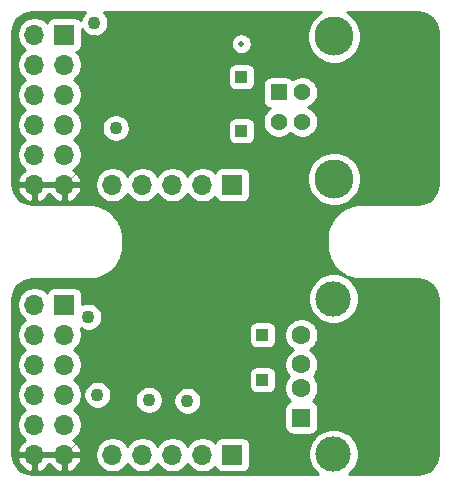
<source format=gbr>
G04 #@! TF.GenerationSoftware,KiCad,Pcbnew,5.1.6-c6e7f7d~86~ubuntu18.04.1*
G04 #@! TF.CreationDate,2021-05-10T20:55:15-07:00*
G04 #@! TF.ProjectId,usb_pmod,7573625f-706d-46f6-942e-6b696361645f,rev?*
G04 #@! TF.SameCoordinates,Original*
G04 #@! TF.FileFunction,Copper,L3,Inr*
G04 #@! TF.FilePolarity,Positive*
%FSLAX46Y46*%
G04 Gerber Fmt 4.6, Leading zero omitted, Abs format (unit mm)*
G04 Created by KiCad (PCBNEW 5.1.6-c6e7f7d~86~ubuntu18.04.1) date 2021-05-10 20:55:15*
%MOMM*%
%LPD*%
G01*
G04 APERTURE LIST*
G04 #@! TA.AperFunction,ViaPad*
%ADD10R,1.000000X1.000000*%
G04 #@! TD*
G04 #@! TA.AperFunction,ViaPad*
%ADD11C,3.316000*%
G04 #@! TD*
G04 #@! TA.AperFunction,ViaPad*
%ADD12C,1.428000*%
G04 #@! TD*
G04 #@! TA.AperFunction,ViaPad*
%ADD13R,1.428000X1.428000*%
G04 #@! TD*
G04 #@! TA.AperFunction,ViaPad*
%ADD14C,1.600000*%
G04 #@! TD*
G04 #@! TA.AperFunction,ViaPad*
%ADD15R,1.600000X1.600000*%
G04 #@! TD*
G04 #@! TA.AperFunction,ViaPad*
%ADD16C,3.000000*%
G04 #@! TD*
G04 #@! TA.AperFunction,ViaPad*
%ADD17O,1.700000X1.700000*%
G04 #@! TD*
G04 #@! TA.AperFunction,ViaPad*
%ADD18R,1.700000X1.700000*%
G04 #@! TD*
G04 #@! TA.AperFunction,ViaPad*
%ADD19C,1.100000*%
G04 #@! TD*
G04 #@! TA.AperFunction,ViaPad*
%ADD20C,0.500000*%
G04 #@! TD*
G04 #@! TA.AperFunction,Conductor*
%ADD21C,0.088900*%
G04 #@! TD*
G04 #@! TA.AperFunction,Conductor*
%ADD22C,0.254000*%
G04 #@! TD*
G04 APERTURE END LIST*
D10*
X103124000Y-96520000D03*
X103124000Y-100330000D03*
X101346000Y-79248000D03*
X101346000Y-74676000D03*
D11*
X109202000Y-71272000D03*
X109202000Y-83312000D03*
D12*
X106492000Y-76002000D03*
X106492000Y-78502000D03*
X104492000Y-78502000D03*
D13*
X104492000Y-76002000D03*
D14*
X106426000Y-96542000D03*
X106426000Y-99042000D03*
X106426000Y-101042000D03*
D15*
X106426000Y-103542000D03*
D16*
X109136000Y-106612000D03*
X109136000Y-93472000D03*
D17*
X90424000Y-83820000D03*
X92964000Y-83820000D03*
X95504000Y-83820000D03*
X98044000Y-83820000D03*
D18*
X100584000Y-83820000D03*
D17*
X90424000Y-106680000D03*
X92964000Y-106680000D03*
X95504000Y-106680000D03*
X98044000Y-106680000D03*
D18*
X100584000Y-106680000D03*
D17*
X83820000Y-106680000D03*
X86360000Y-106680000D03*
X83820000Y-104140000D03*
X86360000Y-104140000D03*
X83820000Y-101600000D03*
X86360000Y-101600000D03*
X83820000Y-99060000D03*
X86360000Y-99060000D03*
X83820000Y-96520000D03*
X86360000Y-96520000D03*
X83820000Y-93980000D03*
D18*
X86360000Y-93980000D03*
D17*
X83820000Y-83820000D03*
X86360000Y-83820000D03*
X83820000Y-81280000D03*
X86360000Y-81280000D03*
X83820000Y-78740000D03*
X86360000Y-78740000D03*
X83820000Y-76200000D03*
X86360000Y-76200000D03*
X83820000Y-73660000D03*
X86360000Y-73660000D03*
X83820000Y-71120000D03*
D18*
X86360000Y-71120000D03*
D19*
X88900000Y-71628000D03*
X90678000Y-97028000D03*
X88392000Y-94996000D03*
X96774000Y-102108000D03*
X88900000Y-70104000D03*
X90703071Y-79023371D03*
X93512540Y-102044500D03*
X89154000Y-101600000D03*
D20*
X101346000Y-71882000D03*
D21*
X83820000Y-106680000D02*
X86360000Y-106680000D01*
X83820000Y-83820000D02*
X86360000Y-83820000D01*
X88900000Y-81280000D02*
X88900000Y-71628000D01*
X86360000Y-83820000D02*
X88900000Y-81280000D01*
X89916000Y-97282000D02*
X90424000Y-97282000D01*
X90424000Y-97282000D02*
X90678000Y-97028000D01*
X86360000Y-106680000D02*
X87884000Y-105156000D01*
X87884000Y-105156000D02*
X87884000Y-99314000D01*
X87884000Y-99314000D02*
X89916000Y-97282000D01*
D22*
G36*
X87979550Y-69348606D02*
G01*
X87849866Y-69542692D01*
X87760539Y-69758348D01*
X87731475Y-69904464D01*
X87661185Y-69818815D01*
X87564494Y-69739463D01*
X87454180Y-69680498D01*
X87334482Y-69644188D01*
X87210000Y-69631928D01*
X85510000Y-69631928D01*
X85385518Y-69644188D01*
X85265820Y-69680498D01*
X85155506Y-69739463D01*
X85058815Y-69818815D01*
X84979463Y-69915506D01*
X84920498Y-70025820D01*
X84898487Y-70098380D01*
X84766632Y-69966525D01*
X84523411Y-69804010D01*
X84253158Y-69692068D01*
X83966260Y-69635000D01*
X83673740Y-69635000D01*
X83386842Y-69692068D01*
X83116589Y-69804010D01*
X82873368Y-69966525D01*
X82666525Y-70173368D01*
X82504010Y-70416589D01*
X82392068Y-70686842D01*
X82335000Y-70973740D01*
X82335000Y-71266260D01*
X82392068Y-71553158D01*
X82504010Y-71823411D01*
X82666525Y-72066632D01*
X82873368Y-72273475D01*
X83047760Y-72390000D01*
X82873368Y-72506525D01*
X82666525Y-72713368D01*
X82504010Y-72956589D01*
X82392068Y-73226842D01*
X82335000Y-73513740D01*
X82335000Y-73806260D01*
X82392068Y-74093158D01*
X82504010Y-74363411D01*
X82666525Y-74606632D01*
X82873368Y-74813475D01*
X83047760Y-74930000D01*
X82873368Y-75046525D01*
X82666525Y-75253368D01*
X82504010Y-75496589D01*
X82392068Y-75766842D01*
X82335000Y-76053740D01*
X82335000Y-76346260D01*
X82392068Y-76633158D01*
X82504010Y-76903411D01*
X82666525Y-77146632D01*
X82873368Y-77353475D01*
X83047760Y-77470000D01*
X82873368Y-77586525D01*
X82666525Y-77793368D01*
X82504010Y-78036589D01*
X82392068Y-78306842D01*
X82335000Y-78593740D01*
X82335000Y-78886260D01*
X82392068Y-79173158D01*
X82504010Y-79443411D01*
X82666525Y-79686632D01*
X82873368Y-79893475D01*
X83047760Y-80010000D01*
X82873368Y-80126525D01*
X82666525Y-80333368D01*
X82504010Y-80576589D01*
X82392068Y-80846842D01*
X82335000Y-81133740D01*
X82335000Y-81426260D01*
X82392068Y-81713158D01*
X82504010Y-81983411D01*
X82666525Y-82226632D01*
X82873368Y-82433475D01*
X83055534Y-82555195D01*
X82938645Y-82624822D01*
X82722412Y-82819731D01*
X82548359Y-83053080D01*
X82423175Y-83315901D01*
X82378524Y-83463110D01*
X82499845Y-83693000D01*
X83693000Y-83693000D01*
X83693000Y-83673000D01*
X83947000Y-83673000D01*
X83947000Y-83693000D01*
X86233000Y-83693000D01*
X86233000Y-83673000D01*
X86487000Y-83673000D01*
X86487000Y-83693000D01*
X87680155Y-83693000D01*
X87690319Y-83673740D01*
X88939000Y-83673740D01*
X88939000Y-83966260D01*
X88996068Y-84253158D01*
X89108010Y-84523411D01*
X89270525Y-84766632D01*
X89477368Y-84973475D01*
X89720589Y-85135990D01*
X89990842Y-85247932D01*
X90277740Y-85305000D01*
X90570260Y-85305000D01*
X90857158Y-85247932D01*
X91127411Y-85135990D01*
X91370632Y-84973475D01*
X91577475Y-84766632D01*
X91694000Y-84592240D01*
X91810525Y-84766632D01*
X92017368Y-84973475D01*
X92260589Y-85135990D01*
X92530842Y-85247932D01*
X92817740Y-85305000D01*
X93110260Y-85305000D01*
X93397158Y-85247932D01*
X93667411Y-85135990D01*
X93910632Y-84973475D01*
X94117475Y-84766632D01*
X94234000Y-84592240D01*
X94350525Y-84766632D01*
X94557368Y-84973475D01*
X94800589Y-85135990D01*
X95070842Y-85247932D01*
X95357740Y-85305000D01*
X95650260Y-85305000D01*
X95937158Y-85247932D01*
X96207411Y-85135990D01*
X96450632Y-84973475D01*
X96657475Y-84766632D01*
X96774000Y-84592240D01*
X96890525Y-84766632D01*
X97097368Y-84973475D01*
X97340589Y-85135990D01*
X97610842Y-85247932D01*
X97897740Y-85305000D01*
X98190260Y-85305000D01*
X98477158Y-85247932D01*
X98747411Y-85135990D01*
X98990632Y-84973475D01*
X99122487Y-84841620D01*
X99144498Y-84914180D01*
X99203463Y-85024494D01*
X99282815Y-85121185D01*
X99379506Y-85200537D01*
X99489820Y-85259502D01*
X99609518Y-85295812D01*
X99734000Y-85308072D01*
X101434000Y-85308072D01*
X101558482Y-85295812D01*
X101678180Y-85259502D01*
X101788494Y-85200537D01*
X101885185Y-85121185D01*
X101964537Y-85024494D01*
X102023502Y-84914180D01*
X102059812Y-84794482D01*
X102072072Y-84670000D01*
X102072072Y-83086159D01*
X106909000Y-83086159D01*
X106909000Y-83537841D01*
X106997119Y-83980843D01*
X107169970Y-84398143D01*
X107420910Y-84773702D01*
X107740298Y-85093090D01*
X108115857Y-85344030D01*
X108533157Y-85516881D01*
X108976159Y-85605000D01*
X109427841Y-85605000D01*
X109870843Y-85516881D01*
X110288143Y-85344030D01*
X110663702Y-85093090D01*
X110983090Y-84773702D01*
X111234030Y-84398143D01*
X111406881Y-83980843D01*
X111495000Y-83537841D01*
X111495000Y-83086159D01*
X111406881Y-82643157D01*
X111234030Y-82225857D01*
X110983090Y-81850298D01*
X110663702Y-81530910D01*
X110288143Y-81279970D01*
X109870843Y-81107119D01*
X109427841Y-81019000D01*
X108976159Y-81019000D01*
X108533157Y-81107119D01*
X108115857Y-81279970D01*
X107740298Y-81530910D01*
X107420910Y-81850298D01*
X107169970Y-82225857D01*
X106997119Y-82643157D01*
X106909000Y-83086159D01*
X102072072Y-83086159D01*
X102072072Y-82970000D01*
X102059812Y-82845518D01*
X102023502Y-82725820D01*
X101964537Y-82615506D01*
X101885185Y-82518815D01*
X101788494Y-82439463D01*
X101678180Y-82380498D01*
X101558482Y-82344188D01*
X101434000Y-82331928D01*
X99734000Y-82331928D01*
X99609518Y-82344188D01*
X99489820Y-82380498D01*
X99379506Y-82439463D01*
X99282815Y-82518815D01*
X99203463Y-82615506D01*
X99144498Y-82725820D01*
X99122487Y-82798380D01*
X98990632Y-82666525D01*
X98747411Y-82504010D01*
X98477158Y-82392068D01*
X98190260Y-82335000D01*
X97897740Y-82335000D01*
X97610842Y-82392068D01*
X97340589Y-82504010D01*
X97097368Y-82666525D01*
X96890525Y-82873368D01*
X96774000Y-83047760D01*
X96657475Y-82873368D01*
X96450632Y-82666525D01*
X96207411Y-82504010D01*
X95937158Y-82392068D01*
X95650260Y-82335000D01*
X95357740Y-82335000D01*
X95070842Y-82392068D01*
X94800589Y-82504010D01*
X94557368Y-82666525D01*
X94350525Y-82873368D01*
X94234000Y-83047760D01*
X94117475Y-82873368D01*
X93910632Y-82666525D01*
X93667411Y-82504010D01*
X93397158Y-82392068D01*
X93110260Y-82335000D01*
X92817740Y-82335000D01*
X92530842Y-82392068D01*
X92260589Y-82504010D01*
X92017368Y-82666525D01*
X91810525Y-82873368D01*
X91694000Y-83047760D01*
X91577475Y-82873368D01*
X91370632Y-82666525D01*
X91127411Y-82504010D01*
X90857158Y-82392068D01*
X90570260Y-82335000D01*
X90277740Y-82335000D01*
X89990842Y-82392068D01*
X89720589Y-82504010D01*
X89477368Y-82666525D01*
X89270525Y-82873368D01*
X89108010Y-83116589D01*
X88996068Y-83386842D01*
X88939000Y-83673740D01*
X87690319Y-83673740D01*
X87801476Y-83463110D01*
X87756825Y-83315901D01*
X87631641Y-83053080D01*
X87457588Y-82819731D01*
X87241355Y-82624822D01*
X87124466Y-82555195D01*
X87306632Y-82433475D01*
X87513475Y-82226632D01*
X87675990Y-81983411D01*
X87787932Y-81713158D01*
X87845000Y-81426260D01*
X87845000Y-81133740D01*
X87787932Y-80846842D01*
X87675990Y-80576589D01*
X87513475Y-80333368D01*
X87306632Y-80126525D01*
X87132240Y-80010000D01*
X87306632Y-79893475D01*
X87513475Y-79686632D01*
X87675990Y-79443411D01*
X87787932Y-79173158D01*
X87840942Y-78906659D01*
X89518071Y-78906659D01*
X89518071Y-79140083D01*
X89563610Y-79369023D01*
X89652937Y-79584679D01*
X89782621Y-79778765D01*
X89947677Y-79943821D01*
X90141763Y-80073505D01*
X90357419Y-80162832D01*
X90586359Y-80208371D01*
X90819783Y-80208371D01*
X91048723Y-80162832D01*
X91264379Y-80073505D01*
X91458465Y-79943821D01*
X91623521Y-79778765D01*
X91753205Y-79584679D01*
X91842532Y-79369023D01*
X91888071Y-79140083D01*
X91888071Y-78906659D01*
X91856512Y-78748000D01*
X100207928Y-78748000D01*
X100207928Y-79748000D01*
X100220188Y-79872482D01*
X100256498Y-79992180D01*
X100315463Y-80102494D01*
X100394815Y-80199185D01*
X100491506Y-80278537D01*
X100601820Y-80337502D01*
X100721518Y-80373812D01*
X100846000Y-80386072D01*
X101846000Y-80386072D01*
X101970482Y-80373812D01*
X102090180Y-80337502D01*
X102200494Y-80278537D01*
X102297185Y-80199185D01*
X102376537Y-80102494D01*
X102435502Y-79992180D01*
X102471812Y-79872482D01*
X102484072Y-79748000D01*
X102484072Y-78748000D01*
X102471812Y-78623518D01*
X102435502Y-78503820D01*
X102376537Y-78393506D01*
X102297185Y-78296815D01*
X102200494Y-78217463D01*
X102090180Y-78158498D01*
X101970482Y-78122188D01*
X101846000Y-78109928D01*
X100846000Y-78109928D01*
X100721518Y-78122188D01*
X100601820Y-78158498D01*
X100491506Y-78217463D01*
X100394815Y-78296815D01*
X100315463Y-78393506D01*
X100256498Y-78503820D01*
X100220188Y-78623518D01*
X100207928Y-78748000D01*
X91856512Y-78748000D01*
X91842532Y-78677719D01*
X91753205Y-78462063D01*
X91623521Y-78267977D01*
X91458465Y-78102921D01*
X91264379Y-77973237D01*
X91048723Y-77883910D01*
X90819783Y-77838371D01*
X90586359Y-77838371D01*
X90357419Y-77883910D01*
X90141763Y-77973237D01*
X89947677Y-78102921D01*
X89782621Y-78267977D01*
X89652937Y-78462063D01*
X89563610Y-78677719D01*
X89518071Y-78906659D01*
X87840942Y-78906659D01*
X87845000Y-78886260D01*
X87845000Y-78593740D01*
X87787932Y-78306842D01*
X87675990Y-78036589D01*
X87513475Y-77793368D01*
X87306632Y-77586525D01*
X87132240Y-77470000D01*
X87306632Y-77353475D01*
X87513475Y-77146632D01*
X87675990Y-76903411D01*
X87787932Y-76633158D01*
X87845000Y-76346260D01*
X87845000Y-76053740D01*
X87787932Y-75766842D01*
X87675990Y-75496589D01*
X87513475Y-75253368D01*
X87306632Y-75046525D01*
X87132240Y-74930000D01*
X87306632Y-74813475D01*
X87513475Y-74606632D01*
X87675990Y-74363411D01*
X87753617Y-74176000D01*
X100207928Y-74176000D01*
X100207928Y-75176000D01*
X100220188Y-75300482D01*
X100256498Y-75420180D01*
X100315463Y-75530494D01*
X100394815Y-75627185D01*
X100491506Y-75706537D01*
X100601820Y-75765502D01*
X100721518Y-75801812D01*
X100846000Y-75814072D01*
X101846000Y-75814072D01*
X101970482Y-75801812D01*
X102090180Y-75765502D01*
X102200494Y-75706537D01*
X102297185Y-75627185D01*
X102376537Y-75530494D01*
X102435502Y-75420180D01*
X102471812Y-75300482D01*
X102473041Y-75288000D01*
X103139928Y-75288000D01*
X103139928Y-76716000D01*
X103152188Y-76840482D01*
X103188498Y-76960180D01*
X103247463Y-77070494D01*
X103326815Y-77167185D01*
X103423506Y-77246537D01*
X103533820Y-77305502D01*
X103653518Y-77341812D01*
X103778000Y-77354072D01*
X103781860Y-77354072D01*
X103632063Y-77454163D01*
X103444163Y-77642063D01*
X103296532Y-77863009D01*
X103194842Y-78108511D01*
X103143000Y-78369135D01*
X103143000Y-78634865D01*
X103194842Y-78895489D01*
X103296532Y-79140991D01*
X103444163Y-79361937D01*
X103632063Y-79549837D01*
X103853009Y-79697468D01*
X104098511Y-79799158D01*
X104359135Y-79851000D01*
X104624865Y-79851000D01*
X104885489Y-79799158D01*
X105130991Y-79697468D01*
X105351937Y-79549837D01*
X105492000Y-79409774D01*
X105632063Y-79549837D01*
X105853009Y-79697468D01*
X106098511Y-79799158D01*
X106359135Y-79851000D01*
X106624865Y-79851000D01*
X106885489Y-79799158D01*
X107130991Y-79697468D01*
X107351937Y-79549837D01*
X107539837Y-79361937D01*
X107687468Y-79140991D01*
X107789158Y-78895489D01*
X107841000Y-78634865D01*
X107841000Y-78369135D01*
X107789158Y-78108511D01*
X107687468Y-77863009D01*
X107539837Y-77642063D01*
X107351937Y-77454163D01*
X107130991Y-77306532D01*
X106999339Y-77252000D01*
X107130991Y-77197468D01*
X107351937Y-77049837D01*
X107539837Y-76861937D01*
X107687468Y-76640991D01*
X107789158Y-76395489D01*
X107841000Y-76134865D01*
X107841000Y-75869135D01*
X107789158Y-75608511D01*
X107687468Y-75363009D01*
X107539837Y-75142063D01*
X107351937Y-74954163D01*
X107130991Y-74806532D01*
X106885489Y-74704842D01*
X106624865Y-74653000D01*
X106359135Y-74653000D01*
X106098511Y-74704842D01*
X105853009Y-74806532D01*
X105710486Y-74901763D01*
X105657185Y-74836815D01*
X105560494Y-74757463D01*
X105450180Y-74698498D01*
X105330482Y-74662188D01*
X105206000Y-74649928D01*
X103778000Y-74649928D01*
X103653518Y-74662188D01*
X103533820Y-74698498D01*
X103423506Y-74757463D01*
X103326815Y-74836815D01*
X103247463Y-74933506D01*
X103188498Y-75043820D01*
X103152188Y-75163518D01*
X103139928Y-75288000D01*
X102473041Y-75288000D01*
X102484072Y-75176000D01*
X102484072Y-74176000D01*
X102471812Y-74051518D01*
X102435502Y-73931820D01*
X102376537Y-73821506D01*
X102297185Y-73724815D01*
X102200494Y-73645463D01*
X102090180Y-73586498D01*
X101970482Y-73550188D01*
X101846000Y-73537928D01*
X100846000Y-73537928D01*
X100721518Y-73550188D01*
X100601820Y-73586498D01*
X100491506Y-73645463D01*
X100394815Y-73724815D01*
X100315463Y-73821506D01*
X100256498Y-73931820D01*
X100220188Y-74051518D01*
X100207928Y-74176000D01*
X87753617Y-74176000D01*
X87787932Y-74093158D01*
X87845000Y-73806260D01*
X87845000Y-73513740D01*
X87787932Y-73226842D01*
X87675990Y-72956589D01*
X87513475Y-72713368D01*
X87381620Y-72581513D01*
X87454180Y-72559502D01*
X87564494Y-72500537D01*
X87661185Y-72421185D01*
X87740537Y-72324494D01*
X87799502Y-72214180D01*
X87835812Y-72094482D01*
X87848072Y-71970000D01*
X87848072Y-71794835D01*
X100461000Y-71794835D01*
X100461000Y-71969165D01*
X100495010Y-72140145D01*
X100561723Y-72301205D01*
X100658576Y-72446155D01*
X100781845Y-72569424D01*
X100926795Y-72666277D01*
X101087855Y-72732990D01*
X101258835Y-72767000D01*
X101433165Y-72767000D01*
X101604145Y-72732990D01*
X101765205Y-72666277D01*
X101910155Y-72569424D01*
X102033424Y-72446155D01*
X102130277Y-72301205D01*
X102196990Y-72140145D01*
X102231000Y-71969165D01*
X102231000Y-71794835D01*
X102196990Y-71623855D01*
X102130277Y-71462795D01*
X102033424Y-71317845D01*
X101910155Y-71194576D01*
X101765205Y-71097723D01*
X101604145Y-71031010D01*
X101433165Y-70997000D01*
X101258835Y-70997000D01*
X101087855Y-71031010D01*
X100926795Y-71097723D01*
X100781845Y-71194576D01*
X100658576Y-71317845D01*
X100561723Y-71462795D01*
X100495010Y-71623855D01*
X100461000Y-71794835D01*
X87848072Y-71794835D01*
X87848072Y-70660977D01*
X87849866Y-70665308D01*
X87979550Y-70859394D01*
X88144606Y-71024450D01*
X88338692Y-71154134D01*
X88554348Y-71243461D01*
X88783288Y-71289000D01*
X89016712Y-71289000D01*
X89245652Y-71243461D01*
X89461308Y-71154134D01*
X89655394Y-71024450D01*
X89820450Y-70859394D01*
X89950134Y-70665308D01*
X90039461Y-70449652D01*
X90085000Y-70220712D01*
X90085000Y-69987288D01*
X90039461Y-69758348D01*
X89950134Y-69542692D01*
X89820450Y-69348606D01*
X89711844Y-69240000D01*
X108115812Y-69240000D01*
X107740298Y-69490910D01*
X107420910Y-69810298D01*
X107169970Y-70185857D01*
X106997119Y-70603157D01*
X106909000Y-71046159D01*
X106909000Y-71497841D01*
X106997119Y-71940843D01*
X107169970Y-72358143D01*
X107420910Y-72733702D01*
X107740298Y-73053090D01*
X108115857Y-73304030D01*
X108533157Y-73476881D01*
X108976159Y-73565000D01*
X109427841Y-73565000D01*
X109870843Y-73476881D01*
X110288143Y-73304030D01*
X110663702Y-73053090D01*
X110983090Y-72733702D01*
X111234030Y-72358143D01*
X111406881Y-71940843D01*
X111495000Y-71497841D01*
X111495000Y-71046159D01*
X111406881Y-70603157D01*
X111234030Y-70185857D01*
X110983090Y-69810298D01*
X110663702Y-69490910D01*
X110288188Y-69240000D01*
X116299721Y-69240000D01*
X116647210Y-69274072D01*
X116950413Y-69365614D01*
X117230064Y-69514307D01*
X117475505Y-69714484D01*
X117677391Y-69958521D01*
X117828031Y-70237125D01*
X117921690Y-70539688D01*
X117958001Y-70885167D01*
X117958000Y-83787721D01*
X117923928Y-84135209D01*
X117832384Y-84438417D01*
X117683693Y-84718063D01*
X117483516Y-84963505D01*
X117239476Y-85165392D01*
X116960875Y-85316031D01*
X116658313Y-85409690D01*
X116312842Y-85446000D01*
X111473581Y-85446000D01*
X111444428Y-85448871D01*
X111430224Y-85448772D01*
X111421053Y-85449672D01*
X110977348Y-85496307D01*
X110918830Y-85508319D01*
X110859991Y-85519543D01*
X110851169Y-85522207D01*
X110424972Y-85654137D01*
X110369817Y-85677322D01*
X110314364Y-85699726D01*
X110306227Y-85704053D01*
X109913773Y-85916252D01*
X109864189Y-85949697D01*
X109814126Y-85982457D01*
X109806985Y-85988281D01*
X109463221Y-86272667D01*
X109421081Y-86315103D01*
X109378331Y-86356966D01*
X109372457Y-86364067D01*
X109090478Y-86709808D01*
X109057386Y-86759617D01*
X109023579Y-86808989D01*
X109019198Y-86817093D01*
X109019198Y-86817095D01*
X109019197Y-86817096D01*
X108809742Y-87211022D01*
X108786943Y-87266337D01*
X108763382Y-87321309D01*
X108760657Y-87330112D01*
X108631706Y-87757219D01*
X108620086Y-87815907D01*
X108607650Y-87874410D01*
X108606687Y-87883575D01*
X108563150Y-88327595D01*
X108560000Y-88359581D01*
X108560000Y-88932418D01*
X108562871Y-88961571D01*
X108562772Y-88975776D01*
X108563672Y-88984947D01*
X108610307Y-89428652D01*
X108622326Y-89487202D01*
X108633543Y-89546009D01*
X108636207Y-89554831D01*
X108768137Y-89981029D01*
X108791316Y-90036169D01*
X108813726Y-90091636D01*
X108818053Y-90099773D01*
X109030252Y-90492227D01*
X109063691Y-90541802D01*
X109096456Y-90591873D01*
X109102281Y-90599015D01*
X109386667Y-90942778D01*
X109429084Y-90984900D01*
X109470966Y-91027669D01*
X109478067Y-91033543D01*
X109823808Y-91315522D01*
X109873635Y-91348626D01*
X109922990Y-91382421D01*
X109931096Y-91386804D01*
X110325022Y-91596258D01*
X110380349Y-91619062D01*
X110435309Y-91642618D01*
X110444112Y-91645343D01*
X110871219Y-91774294D01*
X110929907Y-91785914D01*
X110988410Y-91798350D01*
X110997575Y-91799313D01*
X111441594Y-91842850D01*
X111441598Y-91842850D01*
X111473581Y-91846000D01*
X116299721Y-91846000D01*
X116647210Y-91880072D01*
X116950413Y-91971614D01*
X117230064Y-92120307D01*
X117475505Y-92320484D01*
X117677391Y-92564521D01*
X117828031Y-92843125D01*
X117921690Y-93145688D01*
X117958001Y-93491167D01*
X117958000Y-106647721D01*
X117923928Y-106995209D01*
X117832384Y-107298417D01*
X117683693Y-107578063D01*
X117483516Y-107823505D01*
X117239476Y-108025392D01*
X116960875Y-108176031D01*
X116658313Y-108269690D01*
X116312842Y-108306000D01*
X110443648Y-108306000D01*
X110496983Y-108270363D01*
X110794363Y-107972983D01*
X111028012Y-107623302D01*
X111188953Y-107234756D01*
X111271000Y-106822279D01*
X111271000Y-106401721D01*
X111188953Y-105989244D01*
X111028012Y-105600698D01*
X110794363Y-105251017D01*
X110496983Y-104953637D01*
X110147302Y-104719988D01*
X109758756Y-104559047D01*
X109346279Y-104477000D01*
X108925721Y-104477000D01*
X108513244Y-104559047D01*
X108124698Y-104719988D01*
X107775017Y-104953637D01*
X107477637Y-105251017D01*
X107243988Y-105600698D01*
X107083047Y-105989244D01*
X107001000Y-106401721D01*
X107001000Y-106822279D01*
X107083047Y-107234756D01*
X107243988Y-107623302D01*
X107477637Y-107972983D01*
X107775017Y-108270363D01*
X107828352Y-108306000D01*
X83598279Y-108306000D01*
X83250791Y-108271928D01*
X82947583Y-108180384D01*
X82667937Y-108031693D01*
X82422495Y-107831516D01*
X82220608Y-107587476D01*
X82069969Y-107308875D01*
X81985776Y-107036890D01*
X82378524Y-107036890D01*
X82423175Y-107184099D01*
X82548359Y-107446920D01*
X82722412Y-107680269D01*
X82938645Y-107875178D01*
X83188748Y-108024157D01*
X83463109Y-108121481D01*
X83693000Y-108000814D01*
X83693000Y-106807000D01*
X83947000Y-106807000D01*
X83947000Y-108000814D01*
X84176891Y-108121481D01*
X84451252Y-108024157D01*
X84701355Y-107875178D01*
X84917588Y-107680269D01*
X85090000Y-107449120D01*
X85262412Y-107680269D01*
X85478645Y-107875178D01*
X85728748Y-108024157D01*
X86003109Y-108121481D01*
X86233000Y-108000814D01*
X86233000Y-106807000D01*
X86487000Y-106807000D01*
X86487000Y-108000814D01*
X86716891Y-108121481D01*
X86991252Y-108024157D01*
X87241355Y-107875178D01*
X87457588Y-107680269D01*
X87631641Y-107446920D01*
X87756825Y-107184099D01*
X87801476Y-107036890D01*
X87680155Y-106807000D01*
X86487000Y-106807000D01*
X86233000Y-106807000D01*
X83947000Y-106807000D01*
X83693000Y-106807000D01*
X82499845Y-106807000D01*
X82378524Y-107036890D01*
X81985776Y-107036890D01*
X81976310Y-107006313D01*
X81940000Y-106660842D01*
X81940000Y-93833740D01*
X82335000Y-93833740D01*
X82335000Y-94126260D01*
X82392068Y-94413158D01*
X82504010Y-94683411D01*
X82666525Y-94926632D01*
X82873368Y-95133475D01*
X83047760Y-95250000D01*
X82873368Y-95366525D01*
X82666525Y-95573368D01*
X82504010Y-95816589D01*
X82392068Y-96086842D01*
X82335000Y-96373740D01*
X82335000Y-96666260D01*
X82392068Y-96953158D01*
X82504010Y-97223411D01*
X82666525Y-97466632D01*
X82873368Y-97673475D01*
X83047760Y-97790000D01*
X82873368Y-97906525D01*
X82666525Y-98113368D01*
X82504010Y-98356589D01*
X82392068Y-98626842D01*
X82335000Y-98913740D01*
X82335000Y-99206260D01*
X82392068Y-99493158D01*
X82504010Y-99763411D01*
X82666525Y-100006632D01*
X82873368Y-100213475D01*
X83047760Y-100330000D01*
X82873368Y-100446525D01*
X82666525Y-100653368D01*
X82504010Y-100896589D01*
X82392068Y-101166842D01*
X82335000Y-101453740D01*
X82335000Y-101746260D01*
X82392068Y-102033158D01*
X82504010Y-102303411D01*
X82666525Y-102546632D01*
X82873368Y-102753475D01*
X83047760Y-102870000D01*
X82873368Y-102986525D01*
X82666525Y-103193368D01*
X82504010Y-103436589D01*
X82392068Y-103706842D01*
X82335000Y-103993740D01*
X82335000Y-104286260D01*
X82392068Y-104573158D01*
X82504010Y-104843411D01*
X82666525Y-105086632D01*
X82873368Y-105293475D01*
X83055534Y-105415195D01*
X82938645Y-105484822D01*
X82722412Y-105679731D01*
X82548359Y-105913080D01*
X82423175Y-106175901D01*
X82378524Y-106323110D01*
X82499845Y-106553000D01*
X83693000Y-106553000D01*
X83693000Y-106533000D01*
X83947000Y-106533000D01*
X83947000Y-106553000D01*
X86233000Y-106553000D01*
X86233000Y-106533000D01*
X86487000Y-106533000D01*
X86487000Y-106553000D01*
X87680155Y-106553000D01*
X87690319Y-106533740D01*
X88939000Y-106533740D01*
X88939000Y-106826260D01*
X88996068Y-107113158D01*
X89108010Y-107383411D01*
X89270525Y-107626632D01*
X89477368Y-107833475D01*
X89720589Y-107995990D01*
X89990842Y-108107932D01*
X90277740Y-108165000D01*
X90570260Y-108165000D01*
X90857158Y-108107932D01*
X91127411Y-107995990D01*
X91370632Y-107833475D01*
X91577475Y-107626632D01*
X91694000Y-107452240D01*
X91810525Y-107626632D01*
X92017368Y-107833475D01*
X92260589Y-107995990D01*
X92530842Y-108107932D01*
X92817740Y-108165000D01*
X93110260Y-108165000D01*
X93397158Y-108107932D01*
X93667411Y-107995990D01*
X93910632Y-107833475D01*
X94117475Y-107626632D01*
X94234000Y-107452240D01*
X94350525Y-107626632D01*
X94557368Y-107833475D01*
X94800589Y-107995990D01*
X95070842Y-108107932D01*
X95357740Y-108165000D01*
X95650260Y-108165000D01*
X95937158Y-108107932D01*
X96207411Y-107995990D01*
X96450632Y-107833475D01*
X96657475Y-107626632D01*
X96774000Y-107452240D01*
X96890525Y-107626632D01*
X97097368Y-107833475D01*
X97340589Y-107995990D01*
X97610842Y-108107932D01*
X97897740Y-108165000D01*
X98190260Y-108165000D01*
X98477158Y-108107932D01*
X98747411Y-107995990D01*
X98990632Y-107833475D01*
X99122487Y-107701620D01*
X99144498Y-107774180D01*
X99203463Y-107884494D01*
X99282815Y-107981185D01*
X99379506Y-108060537D01*
X99489820Y-108119502D01*
X99609518Y-108155812D01*
X99734000Y-108168072D01*
X101434000Y-108168072D01*
X101558482Y-108155812D01*
X101678180Y-108119502D01*
X101788494Y-108060537D01*
X101885185Y-107981185D01*
X101964537Y-107884494D01*
X102023502Y-107774180D01*
X102059812Y-107654482D01*
X102072072Y-107530000D01*
X102072072Y-105830000D01*
X102059812Y-105705518D01*
X102023502Y-105585820D01*
X101964537Y-105475506D01*
X101885185Y-105378815D01*
X101788494Y-105299463D01*
X101678180Y-105240498D01*
X101558482Y-105204188D01*
X101434000Y-105191928D01*
X99734000Y-105191928D01*
X99609518Y-105204188D01*
X99489820Y-105240498D01*
X99379506Y-105299463D01*
X99282815Y-105378815D01*
X99203463Y-105475506D01*
X99144498Y-105585820D01*
X99122487Y-105658380D01*
X98990632Y-105526525D01*
X98747411Y-105364010D01*
X98477158Y-105252068D01*
X98190260Y-105195000D01*
X97897740Y-105195000D01*
X97610842Y-105252068D01*
X97340589Y-105364010D01*
X97097368Y-105526525D01*
X96890525Y-105733368D01*
X96774000Y-105907760D01*
X96657475Y-105733368D01*
X96450632Y-105526525D01*
X96207411Y-105364010D01*
X95937158Y-105252068D01*
X95650260Y-105195000D01*
X95357740Y-105195000D01*
X95070842Y-105252068D01*
X94800589Y-105364010D01*
X94557368Y-105526525D01*
X94350525Y-105733368D01*
X94234000Y-105907760D01*
X94117475Y-105733368D01*
X93910632Y-105526525D01*
X93667411Y-105364010D01*
X93397158Y-105252068D01*
X93110260Y-105195000D01*
X92817740Y-105195000D01*
X92530842Y-105252068D01*
X92260589Y-105364010D01*
X92017368Y-105526525D01*
X91810525Y-105733368D01*
X91694000Y-105907760D01*
X91577475Y-105733368D01*
X91370632Y-105526525D01*
X91127411Y-105364010D01*
X90857158Y-105252068D01*
X90570260Y-105195000D01*
X90277740Y-105195000D01*
X89990842Y-105252068D01*
X89720589Y-105364010D01*
X89477368Y-105526525D01*
X89270525Y-105733368D01*
X89108010Y-105976589D01*
X88996068Y-106246842D01*
X88939000Y-106533740D01*
X87690319Y-106533740D01*
X87801476Y-106323110D01*
X87756825Y-106175901D01*
X87631641Y-105913080D01*
X87457588Y-105679731D01*
X87241355Y-105484822D01*
X87124466Y-105415195D01*
X87306632Y-105293475D01*
X87513475Y-105086632D01*
X87675990Y-104843411D01*
X87787932Y-104573158D01*
X87845000Y-104286260D01*
X87845000Y-103993740D01*
X87787932Y-103706842D01*
X87675990Y-103436589D01*
X87513475Y-103193368D01*
X87306632Y-102986525D01*
X87132240Y-102870000D01*
X87306632Y-102753475D01*
X87513475Y-102546632D01*
X87675990Y-102303411D01*
X87787932Y-102033158D01*
X87845000Y-101746260D01*
X87845000Y-101483288D01*
X87969000Y-101483288D01*
X87969000Y-101716712D01*
X88014539Y-101945652D01*
X88103866Y-102161308D01*
X88233550Y-102355394D01*
X88398606Y-102520450D01*
X88592692Y-102650134D01*
X88808348Y-102739461D01*
X89037288Y-102785000D01*
X89270712Y-102785000D01*
X89499652Y-102739461D01*
X89715308Y-102650134D01*
X89909394Y-102520450D01*
X90074450Y-102355394D01*
X90204134Y-102161308D01*
X90293461Y-101945652D01*
X90297014Y-101927788D01*
X92327540Y-101927788D01*
X92327540Y-102161212D01*
X92373079Y-102390152D01*
X92462406Y-102605808D01*
X92592090Y-102799894D01*
X92757146Y-102964950D01*
X92951232Y-103094634D01*
X93166888Y-103183961D01*
X93395828Y-103229500D01*
X93629252Y-103229500D01*
X93858192Y-103183961D01*
X94073848Y-103094634D01*
X94267934Y-102964950D01*
X94432990Y-102799894D01*
X94562674Y-102605808D01*
X94652001Y-102390152D01*
X94697540Y-102161212D01*
X94697540Y-101991288D01*
X95589000Y-101991288D01*
X95589000Y-102224712D01*
X95634539Y-102453652D01*
X95723866Y-102669308D01*
X95853550Y-102863394D01*
X96018606Y-103028450D01*
X96212692Y-103158134D01*
X96428348Y-103247461D01*
X96657288Y-103293000D01*
X96890712Y-103293000D01*
X97119652Y-103247461D01*
X97335308Y-103158134D01*
X97529394Y-103028450D01*
X97694450Y-102863394D01*
X97775562Y-102742000D01*
X104987928Y-102742000D01*
X104987928Y-104342000D01*
X105000188Y-104466482D01*
X105036498Y-104586180D01*
X105095463Y-104696494D01*
X105174815Y-104793185D01*
X105271506Y-104872537D01*
X105381820Y-104931502D01*
X105501518Y-104967812D01*
X105626000Y-104980072D01*
X107226000Y-104980072D01*
X107350482Y-104967812D01*
X107470180Y-104931502D01*
X107580494Y-104872537D01*
X107677185Y-104793185D01*
X107756537Y-104696494D01*
X107815502Y-104586180D01*
X107851812Y-104466482D01*
X107864072Y-104342000D01*
X107864072Y-102742000D01*
X107851812Y-102617518D01*
X107815502Y-102497820D01*
X107756537Y-102387506D01*
X107677185Y-102290815D01*
X107580494Y-102211463D01*
X107470180Y-102152498D01*
X107374057Y-102123339D01*
X107540637Y-101956759D01*
X107697680Y-101721727D01*
X107805853Y-101460574D01*
X107861000Y-101183335D01*
X107861000Y-100900665D01*
X107805853Y-100623426D01*
X107697680Y-100362273D01*
X107540637Y-100127241D01*
X107455396Y-100042000D01*
X107540637Y-99956759D01*
X107697680Y-99721727D01*
X107805853Y-99460574D01*
X107861000Y-99183335D01*
X107861000Y-98900665D01*
X107805853Y-98623426D01*
X107697680Y-98362273D01*
X107540637Y-98127241D01*
X107340759Y-97927363D01*
X107138173Y-97792000D01*
X107340759Y-97656637D01*
X107540637Y-97456759D01*
X107697680Y-97221727D01*
X107805853Y-96960574D01*
X107861000Y-96683335D01*
X107861000Y-96400665D01*
X107805853Y-96123426D01*
X107697680Y-95862273D01*
X107540637Y-95627241D01*
X107340759Y-95427363D01*
X107105727Y-95270320D01*
X106844574Y-95162147D01*
X106567335Y-95107000D01*
X106284665Y-95107000D01*
X106007426Y-95162147D01*
X105746273Y-95270320D01*
X105511241Y-95427363D01*
X105311363Y-95627241D01*
X105154320Y-95862273D01*
X105046147Y-96123426D01*
X104991000Y-96400665D01*
X104991000Y-96683335D01*
X105046147Y-96960574D01*
X105154320Y-97221727D01*
X105311363Y-97456759D01*
X105511241Y-97656637D01*
X105713827Y-97792000D01*
X105511241Y-97927363D01*
X105311363Y-98127241D01*
X105154320Y-98362273D01*
X105046147Y-98623426D01*
X104991000Y-98900665D01*
X104991000Y-99183335D01*
X105046147Y-99460574D01*
X105154320Y-99721727D01*
X105311363Y-99956759D01*
X105396604Y-100042000D01*
X105311363Y-100127241D01*
X105154320Y-100362273D01*
X105046147Y-100623426D01*
X104991000Y-100900665D01*
X104991000Y-101183335D01*
X105046147Y-101460574D01*
X105154320Y-101721727D01*
X105311363Y-101956759D01*
X105477943Y-102123339D01*
X105381820Y-102152498D01*
X105271506Y-102211463D01*
X105174815Y-102290815D01*
X105095463Y-102387506D01*
X105036498Y-102497820D01*
X105000188Y-102617518D01*
X104987928Y-102742000D01*
X97775562Y-102742000D01*
X97824134Y-102669308D01*
X97913461Y-102453652D01*
X97959000Y-102224712D01*
X97959000Y-101991288D01*
X97913461Y-101762348D01*
X97824134Y-101546692D01*
X97694450Y-101352606D01*
X97529394Y-101187550D01*
X97335308Y-101057866D01*
X97119652Y-100968539D01*
X96890712Y-100923000D01*
X96657288Y-100923000D01*
X96428348Y-100968539D01*
X96212692Y-101057866D01*
X96018606Y-101187550D01*
X95853550Y-101352606D01*
X95723866Y-101546692D01*
X95634539Y-101762348D01*
X95589000Y-101991288D01*
X94697540Y-101991288D01*
X94697540Y-101927788D01*
X94652001Y-101698848D01*
X94562674Y-101483192D01*
X94432990Y-101289106D01*
X94267934Y-101124050D01*
X94073848Y-100994366D01*
X93858192Y-100905039D01*
X93629252Y-100859500D01*
X93395828Y-100859500D01*
X93166888Y-100905039D01*
X92951232Y-100994366D01*
X92757146Y-101124050D01*
X92592090Y-101289106D01*
X92462406Y-101483192D01*
X92373079Y-101698848D01*
X92327540Y-101927788D01*
X90297014Y-101927788D01*
X90339000Y-101716712D01*
X90339000Y-101483288D01*
X90293461Y-101254348D01*
X90204134Y-101038692D01*
X90074450Y-100844606D01*
X89909394Y-100679550D01*
X89715308Y-100549866D01*
X89499652Y-100460539D01*
X89270712Y-100415000D01*
X89037288Y-100415000D01*
X88808348Y-100460539D01*
X88592692Y-100549866D01*
X88398606Y-100679550D01*
X88233550Y-100844606D01*
X88103866Y-101038692D01*
X88014539Y-101254348D01*
X87969000Y-101483288D01*
X87845000Y-101483288D01*
X87845000Y-101453740D01*
X87787932Y-101166842D01*
X87675990Y-100896589D01*
X87513475Y-100653368D01*
X87306632Y-100446525D01*
X87132240Y-100330000D01*
X87306632Y-100213475D01*
X87513475Y-100006632D01*
X87631496Y-99830000D01*
X101985928Y-99830000D01*
X101985928Y-100830000D01*
X101998188Y-100954482D01*
X102034498Y-101074180D01*
X102093463Y-101184494D01*
X102172815Y-101281185D01*
X102269506Y-101360537D01*
X102379820Y-101419502D01*
X102499518Y-101455812D01*
X102624000Y-101468072D01*
X103624000Y-101468072D01*
X103748482Y-101455812D01*
X103868180Y-101419502D01*
X103978494Y-101360537D01*
X104075185Y-101281185D01*
X104154537Y-101184494D01*
X104213502Y-101074180D01*
X104249812Y-100954482D01*
X104262072Y-100830000D01*
X104262072Y-99830000D01*
X104249812Y-99705518D01*
X104213502Y-99585820D01*
X104154537Y-99475506D01*
X104075185Y-99378815D01*
X103978494Y-99299463D01*
X103868180Y-99240498D01*
X103748482Y-99204188D01*
X103624000Y-99191928D01*
X102624000Y-99191928D01*
X102499518Y-99204188D01*
X102379820Y-99240498D01*
X102269506Y-99299463D01*
X102172815Y-99378815D01*
X102093463Y-99475506D01*
X102034498Y-99585820D01*
X101998188Y-99705518D01*
X101985928Y-99830000D01*
X87631496Y-99830000D01*
X87675990Y-99763411D01*
X87787932Y-99493158D01*
X87845000Y-99206260D01*
X87845000Y-98913740D01*
X87787932Y-98626842D01*
X87675990Y-98356589D01*
X87513475Y-98113368D01*
X87306632Y-97906525D01*
X87132240Y-97790000D01*
X87306632Y-97673475D01*
X87513475Y-97466632D01*
X87675990Y-97223411D01*
X87787932Y-96953158D01*
X87845000Y-96666260D01*
X87845000Y-96373740D01*
X87787932Y-96086842D01*
X87748254Y-95991051D01*
X87830692Y-96046134D01*
X88046348Y-96135461D01*
X88275288Y-96181000D01*
X88508712Y-96181000D01*
X88737652Y-96135461D01*
X88953308Y-96046134D01*
X88992420Y-96020000D01*
X101985928Y-96020000D01*
X101985928Y-97020000D01*
X101998188Y-97144482D01*
X102034498Y-97264180D01*
X102093463Y-97374494D01*
X102172815Y-97471185D01*
X102269506Y-97550537D01*
X102379820Y-97609502D01*
X102499518Y-97645812D01*
X102624000Y-97658072D01*
X103624000Y-97658072D01*
X103748482Y-97645812D01*
X103868180Y-97609502D01*
X103978494Y-97550537D01*
X104075185Y-97471185D01*
X104154537Y-97374494D01*
X104213502Y-97264180D01*
X104249812Y-97144482D01*
X104262072Y-97020000D01*
X104262072Y-96020000D01*
X104249812Y-95895518D01*
X104213502Y-95775820D01*
X104154537Y-95665506D01*
X104075185Y-95568815D01*
X103978494Y-95489463D01*
X103868180Y-95430498D01*
X103748482Y-95394188D01*
X103624000Y-95381928D01*
X102624000Y-95381928D01*
X102499518Y-95394188D01*
X102379820Y-95430498D01*
X102269506Y-95489463D01*
X102172815Y-95568815D01*
X102093463Y-95665506D01*
X102034498Y-95775820D01*
X101998188Y-95895518D01*
X101985928Y-96020000D01*
X88992420Y-96020000D01*
X89147394Y-95916450D01*
X89312450Y-95751394D01*
X89442134Y-95557308D01*
X89531461Y-95341652D01*
X89577000Y-95112712D01*
X89577000Y-94879288D01*
X89531461Y-94650348D01*
X89442134Y-94434692D01*
X89312450Y-94240606D01*
X89147394Y-94075550D01*
X88953308Y-93945866D01*
X88737652Y-93856539D01*
X88508712Y-93811000D01*
X88275288Y-93811000D01*
X88046348Y-93856539D01*
X87848072Y-93938667D01*
X87848072Y-93261721D01*
X107001000Y-93261721D01*
X107001000Y-93682279D01*
X107083047Y-94094756D01*
X107243988Y-94483302D01*
X107477637Y-94832983D01*
X107775017Y-95130363D01*
X108124698Y-95364012D01*
X108513244Y-95524953D01*
X108925721Y-95607000D01*
X109346279Y-95607000D01*
X109758756Y-95524953D01*
X110147302Y-95364012D01*
X110496983Y-95130363D01*
X110794363Y-94832983D01*
X111028012Y-94483302D01*
X111188953Y-94094756D01*
X111271000Y-93682279D01*
X111271000Y-93261721D01*
X111188953Y-92849244D01*
X111028012Y-92460698D01*
X110794363Y-92111017D01*
X110496983Y-91813637D01*
X110147302Y-91579988D01*
X109758756Y-91419047D01*
X109346279Y-91337000D01*
X108925721Y-91337000D01*
X108513244Y-91419047D01*
X108124698Y-91579988D01*
X107775017Y-91813637D01*
X107477637Y-92111017D01*
X107243988Y-92460698D01*
X107083047Y-92849244D01*
X107001000Y-93261721D01*
X87848072Y-93261721D01*
X87848072Y-93130000D01*
X87835812Y-93005518D01*
X87799502Y-92885820D01*
X87740537Y-92775506D01*
X87661185Y-92678815D01*
X87564494Y-92599463D01*
X87454180Y-92540498D01*
X87334482Y-92504188D01*
X87210000Y-92491928D01*
X85510000Y-92491928D01*
X85385518Y-92504188D01*
X85265820Y-92540498D01*
X85155506Y-92599463D01*
X85058815Y-92678815D01*
X84979463Y-92775506D01*
X84920498Y-92885820D01*
X84898487Y-92958380D01*
X84766632Y-92826525D01*
X84523411Y-92664010D01*
X84253158Y-92552068D01*
X83966260Y-92495000D01*
X83673740Y-92495000D01*
X83386842Y-92552068D01*
X83116589Y-92664010D01*
X82873368Y-92826525D01*
X82666525Y-93033368D01*
X82504010Y-93276589D01*
X82392068Y-93546842D01*
X82335000Y-93833740D01*
X81940000Y-93833740D01*
X81940000Y-93504279D01*
X81974072Y-93156790D01*
X82065614Y-92853587D01*
X82214307Y-92573936D01*
X82414484Y-92328495D01*
X82658521Y-92126609D01*
X82937125Y-91975969D01*
X83239688Y-91882310D01*
X83585158Y-91846000D01*
X88424419Y-91846000D01*
X88453572Y-91843129D01*
X88467776Y-91843228D01*
X88476947Y-91842328D01*
X88920652Y-91795693D01*
X88979202Y-91783674D01*
X89038009Y-91772457D01*
X89046831Y-91769793D01*
X89473029Y-91637863D01*
X89528169Y-91614684D01*
X89583636Y-91592274D01*
X89591773Y-91587947D01*
X89984227Y-91375748D01*
X90033802Y-91342309D01*
X90083873Y-91309544D01*
X90091015Y-91303719D01*
X90434778Y-91019333D01*
X90476900Y-90976916D01*
X90519669Y-90935034D01*
X90525543Y-90927933D01*
X90807522Y-90582192D01*
X90840626Y-90532365D01*
X90874421Y-90483010D01*
X90878804Y-90474904D01*
X91088258Y-90080978D01*
X91111062Y-90025651D01*
X91134618Y-89970691D01*
X91137343Y-89961888D01*
X91266294Y-89534781D01*
X91277914Y-89476093D01*
X91290350Y-89417590D01*
X91291313Y-89408425D01*
X91334850Y-88964406D01*
X91334850Y-88964402D01*
X91338000Y-88932419D01*
X91338000Y-88359581D01*
X91335129Y-88330428D01*
X91335228Y-88316224D01*
X91334328Y-88307053D01*
X91287693Y-87863348D01*
X91275681Y-87804830D01*
X91264457Y-87745991D01*
X91261793Y-87737169D01*
X91129863Y-87310972D01*
X91106678Y-87255817D01*
X91084274Y-87200364D01*
X91079947Y-87192227D01*
X90867748Y-86799773D01*
X90834303Y-86750189D01*
X90801543Y-86700126D01*
X90795719Y-86692985D01*
X90511333Y-86349221D01*
X90468897Y-86307081D01*
X90427034Y-86264331D01*
X90419933Y-86258457D01*
X90074192Y-85976478D01*
X90024383Y-85943386D01*
X89975011Y-85909579D01*
X89966907Y-85905198D01*
X89966899Y-85905194D01*
X89572978Y-85695742D01*
X89517663Y-85672943D01*
X89462691Y-85649382D01*
X89453888Y-85646657D01*
X89026781Y-85517706D01*
X88968093Y-85506086D01*
X88909590Y-85493650D01*
X88900425Y-85492687D01*
X88456405Y-85449150D01*
X88456402Y-85449150D01*
X88424419Y-85446000D01*
X83598279Y-85446000D01*
X83250791Y-85411928D01*
X82947583Y-85320384D01*
X82667937Y-85171693D01*
X82422495Y-84971516D01*
X82220608Y-84727476D01*
X82069969Y-84448875D01*
X81985776Y-84176890D01*
X82378524Y-84176890D01*
X82423175Y-84324099D01*
X82548359Y-84586920D01*
X82722412Y-84820269D01*
X82938645Y-85015178D01*
X83188748Y-85164157D01*
X83463109Y-85261481D01*
X83693000Y-85140814D01*
X83693000Y-83947000D01*
X83947000Y-83947000D01*
X83947000Y-85140814D01*
X84176891Y-85261481D01*
X84451252Y-85164157D01*
X84701355Y-85015178D01*
X84917588Y-84820269D01*
X85090000Y-84589120D01*
X85262412Y-84820269D01*
X85478645Y-85015178D01*
X85728748Y-85164157D01*
X86003109Y-85261481D01*
X86233000Y-85140814D01*
X86233000Y-83947000D01*
X86487000Y-83947000D01*
X86487000Y-85140814D01*
X86716891Y-85261481D01*
X86991252Y-85164157D01*
X87241355Y-85015178D01*
X87457588Y-84820269D01*
X87631641Y-84586920D01*
X87756825Y-84324099D01*
X87801476Y-84176890D01*
X87680155Y-83947000D01*
X86487000Y-83947000D01*
X86233000Y-83947000D01*
X83947000Y-83947000D01*
X83693000Y-83947000D01*
X82499845Y-83947000D01*
X82378524Y-84176890D01*
X81985776Y-84176890D01*
X81976310Y-84146313D01*
X81940000Y-83800842D01*
X81940000Y-70898279D01*
X81974072Y-70550790D01*
X82065614Y-70247587D01*
X82214307Y-69967936D01*
X82414484Y-69722495D01*
X82658521Y-69520609D01*
X82937125Y-69369969D01*
X83239688Y-69276310D01*
X83585158Y-69240000D01*
X88088156Y-69240000D01*
X87979550Y-69348606D01*
G37*
X87979550Y-69348606D02*
X87849866Y-69542692D01*
X87760539Y-69758348D01*
X87731475Y-69904464D01*
X87661185Y-69818815D01*
X87564494Y-69739463D01*
X87454180Y-69680498D01*
X87334482Y-69644188D01*
X87210000Y-69631928D01*
X85510000Y-69631928D01*
X85385518Y-69644188D01*
X85265820Y-69680498D01*
X85155506Y-69739463D01*
X85058815Y-69818815D01*
X84979463Y-69915506D01*
X84920498Y-70025820D01*
X84898487Y-70098380D01*
X84766632Y-69966525D01*
X84523411Y-69804010D01*
X84253158Y-69692068D01*
X83966260Y-69635000D01*
X83673740Y-69635000D01*
X83386842Y-69692068D01*
X83116589Y-69804010D01*
X82873368Y-69966525D01*
X82666525Y-70173368D01*
X82504010Y-70416589D01*
X82392068Y-70686842D01*
X82335000Y-70973740D01*
X82335000Y-71266260D01*
X82392068Y-71553158D01*
X82504010Y-71823411D01*
X82666525Y-72066632D01*
X82873368Y-72273475D01*
X83047760Y-72390000D01*
X82873368Y-72506525D01*
X82666525Y-72713368D01*
X82504010Y-72956589D01*
X82392068Y-73226842D01*
X82335000Y-73513740D01*
X82335000Y-73806260D01*
X82392068Y-74093158D01*
X82504010Y-74363411D01*
X82666525Y-74606632D01*
X82873368Y-74813475D01*
X83047760Y-74930000D01*
X82873368Y-75046525D01*
X82666525Y-75253368D01*
X82504010Y-75496589D01*
X82392068Y-75766842D01*
X82335000Y-76053740D01*
X82335000Y-76346260D01*
X82392068Y-76633158D01*
X82504010Y-76903411D01*
X82666525Y-77146632D01*
X82873368Y-77353475D01*
X83047760Y-77470000D01*
X82873368Y-77586525D01*
X82666525Y-77793368D01*
X82504010Y-78036589D01*
X82392068Y-78306842D01*
X82335000Y-78593740D01*
X82335000Y-78886260D01*
X82392068Y-79173158D01*
X82504010Y-79443411D01*
X82666525Y-79686632D01*
X82873368Y-79893475D01*
X83047760Y-80010000D01*
X82873368Y-80126525D01*
X82666525Y-80333368D01*
X82504010Y-80576589D01*
X82392068Y-80846842D01*
X82335000Y-81133740D01*
X82335000Y-81426260D01*
X82392068Y-81713158D01*
X82504010Y-81983411D01*
X82666525Y-82226632D01*
X82873368Y-82433475D01*
X83055534Y-82555195D01*
X82938645Y-82624822D01*
X82722412Y-82819731D01*
X82548359Y-83053080D01*
X82423175Y-83315901D01*
X82378524Y-83463110D01*
X82499845Y-83693000D01*
X83693000Y-83693000D01*
X83693000Y-83673000D01*
X83947000Y-83673000D01*
X83947000Y-83693000D01*
X86233000Y-83693000D01*
X86233000Y-83673000D01*
X86487000Y-83673000D01*
X86487000Y-83693000D01*
X87680155Y-83693000D01*
X87690319Y-83673740D01*
X88939000Y-83673740D01*
X88939000Y-83966260D01*
X88996068Y-84253158D01*
X89108010Y-84523411D01*
X89270525Y-84766632D01*
X89477368Y-84973475D01*
X89720589Y-85135990D01*
X89990842Y-85247932D01*
X90277740Y-85305000D01*
X90570260Y-85305000D01*
X90857158Y-85247932D01*
X91127411Y-85135990D01*
X91370632Y-84973475D01*
X91577475Y-84766632D01*
X91694000Y-84592240D01*
X91810525Y-84766632D01*
X92017368Y-84973475D01*
X92260589Y-85135990D01*
X92530842Y-85247932D01*
X92817740Y-85305000D01*
X93110260Y-85305000D01*
X93397158Y-85247932D01*
X93667411Y-85135990D01*
X93910632Y-84973475D01*
X94117475Y-84766632D01*
X94234000Y-84592240D01*
X94350525Y-84766632D01*
X94557368Y-84973475D01*
X94800589Y-85135990D01*
X95070842Y-85247932D01*
X95357740Y-85305000D01*
X95650260Y-85305000D01*
X95937158Y-85247932D01*
X96207411Y-85135990D01*
X96450632Y-84973475D01*
X96657475Y-84766632D01*
X96774000Y-84592240D01*
X96890525Y-84766632D01*
X97097368Y-84973475D01*
X97340589Y-85135990D01*
X97610842Y-85247932D01*
X97897740Y-85305000D01*
X98190260Y-85305000D01*
X98477158Y-85247932D01*
X98747411Y-85135990D01*
X98990632Y-84973475D01*
X99122487Y-84841620D01*
X99144498Y-84914180D01*
X99203463Y-85024494D01*
X99282815Y-85121185D01*
X99379506Y-85200537D01*
X99489820Y-85259502D01*
X99609518Y-85295812D01*
X99734000Y-85308072D01*
X101434000Y-85308072D01*
X101558482Y-85295812D01*
X101678180Y-85259502D01*
X101788494Y-85200537D01*
X101885185Y-85121185D01*
X101964537Y-85024494D01*
X102023502Y-84914180D01*
X102059812Y-84794482D01*
X102072072Y-84670000D01*
X102072072Y-83086159D01*
X106909000Y-83086159D01*
X106909000Y-83537841D01*
X106997119Y-83980843D01*
X107169970Y-84398143D01*
X107420910Y-84773702D01*
X107740298Y-85093090D01*
X108115857Y-85344030D01*
X108533157Y-85516881D01*
X108976159Y-85605000D01*
X109427841Y-85605000D01*
X109870843Y-85516881D01*
X110288143Y-85344030D01*
X110663702Y-85093090D01*
X110983090Y-84773702D01*
X111234030Y-84398143D01*
X111406881Y-83980843D01*
X111495000Y-83537841D01*
X111495000Y-83086159D01*
X111406881Y-82643157D01*
X111234030Y-82225857D01*
X110983090Y-81850298D01*
X110663702Y-81530910D01*
X110288143Y-81279970D01*
X109870843Y-81107119D01*
X109427841Y-81019000D01*
X108976159Y-81019000D01*
X108533157Y-81107119D01*
X108115857Y-81279970D01*
X107740298Y-81530910D01*
X107420910Y-81850298D01*
X107169970Y-82225857D01*
X106997119Y-82643157D01*
X106909000Y-83086159D01*
X102072072Y-83086159D01*
X102072072Y-82970000D01*
X102059812Y-82845518D01*
X102023502Y-82725820D01*
X101964537Y-82615506D01*
X101885185Y-82518815D01*
X101788494Y-82439463D01*
X101678180Y-82380498D01*
X101558482Y-82344188D01*
X101434000Y-82331928D01*
X99734000Y-82331928D01*
X99609518Y-82344188D01*
X99489820Y-82380498D01*
X99379506Y-82439463D01*
X99282815Y-82518815D01*
X99203463Y-82615506D01*
X99144498Y-82725820D01*
X99122487Y-82798380D01*
X98990632Y-82666525D01*
X98747411Y-82504010D01*
X98477158Y-82392068D01*
X98190260Y-82335000D01*
X97897740Y-82335000D01*
X97610842Y-82392068D01*
X97340589Y-82504010D01*
X97097368Y-82666525D01*
X96890525Y-82873368D01*
X96774000Y-83047760D01*
X96657475Y-82873368D01*
X96450632Y-82666525D01*
X96207411Y-82504010D01*
X95937158Y-82392068D01*
X95650260Y-82335000D01*
X95357740Y-82335000D01*
X95070842Y-82392068D01*
X94800589Y-82504010D01*
X94557368Y-82666525D01*
X94350525Y-82873368D01*
X94234000Y-83047760D01*
X94117475Y-82873368D01*
X93910632Y-82666525D01*
X93667411Y-82504010D01*
X93397158Y-82392068D01*
X93110260Y-82335000D01*
X92817740Y-82335000D01*
X92530842Y-82392068D01*
X92260589Y-82504010D01*
X92017368Y-82666525D01*
X91810525Y-82873368D01*
X91694000Y-83047760D01*
X91577475Y-82873368D01*
X91370632Y-82666525D01*
X91127411Y-82504010D01*
X90857158Y-82392068D01*
X90570260Y-82335000D01*
X90277740Y-82335000D01*
X89990842Y-82392068D01*
X89720589Y-82504010D01*
X89477368Y-82666525D01*
X89270525Y-82873368D01*
X89108010Y-83116589D01*
X88996068Y-83386842D01*
X88939000Y-83673740D01*
X87690319Y-83673740D01*
X87801476Y-83463110D01*
X87756825Y-83315901D01*
X87631641Y-83053080D01*
X87457588Y-82819731D01*
X87241355Y-82624822D01*
X87124466Y-82555195D01*
X87306632Y-82433475D01*
X87513475Y-82226632D01*
X87675990Y-81983411D01*
X87787932Y-81713158D01*
X87845000Y-81426260D01*
X87845000Y-81133740D01*
X87787932Y-80846842D01*
X87675990Y-80576589D01*
X87513475Y-80333368D01*
X87306632Y-80126525D01*
X87132240Y-80010000D01*
X87306632Y-79893475D01*
X87513475Y-79686632D01*
X87675990Y-79443411D01*
X87787932Y-79173158D01*
X87840942Y-78906659D01*
X89518071Y-78906659D01*
X89518071Y-79140083D01*
X89563610Y-79369023D01*
X89652937Y-79584679D01*
X89782621Y-79778765D01*
X89947677Y-79943821D01*
X90141763Y-80073505D01*
X90357419Y-80162832D01*
X90586359Y-80208371D01*
X90819783Y-80208371D01*
X91048723Y-80162832D01*
X91264379Y-80073505D01*
X91458465Y-79943821D01*
X91623521Y-79778765D01*
X91753205Y-79584679D01*
X91842532Y-79369023D01*
X91888071Y-79140083D01*
X91888071Y-78906659D01*
X91856512Y-78748000D01*
X100207928Y-78748000D01*
X100207928Y-79748000D01*
X100220188Y-79872482D01*
X100256498Y-79992180D01*
X100315463Y-80102494D01*
X100394815Y-80199185D01*
X100491506Y-80278537D01*
X100601820Y-80337502D01*
X100721518Y-80373812D01*
X100846000Y-80386072D01*
X101846000Y-80386072D01*
X101970482Y-80373812D01*
X102090180Y-80337502D01*
X102200494Y-80278537D01*
X102297185Y-80199185D01*
X102376537Y-80102494D01*
X102435502Y-79992180D01*
X102471812Y-79872482D01*
X102484072Y-79748000D01*
X102484072Y-78748000D01*
X102471812Y-78623518D01*
X102435502Y-78503820D01*
X102376537Y-78393506D01*
X102297185Y-78296815D01*
X102200494Y-78217463D01*
X102090180Y-78158498D01*
X101970482Y-78122188D01*
X101846000Y-78109928D01*
X100846000Y-78109928D01*
X100721518Y-78122188D01*
X100601820Y-78158498D01*
X100491506Y-78217463D01*
X100394815Y-78296815D01*
X100315463Y-78393506D01*
X100256498Y-78503820D01*
X100220188Y-78623518D01*
X100207928Y-78748000D01*
X91856512Y-78748000D01*
X91842532Y-78677719D01*
X91753205Y-78462063D01*
X91623521Y-78267977D01*
X91458465Y-78102921D01*
X91264379Y-77973237D01*
X91048723Y-77883910D01*
X90819783Y-77838371D01*
X90586359Y-77838371D01*
X90357419Y-77883910D01*
X90141763Y-77973237D01*
X89947677Y-78102921D01*
X89782621Y-78267977D01*
X89652937Y-78462063D01*
X89563610Y-78677719D01*
X89518071Y-78906659D01*
X87840942Y-78906659D01*
X87845000Y-78886260D01*
X87845000Y-78593740D01*
X87787932Y-78306842D01*
X87675990Y-78036589D01*
X87513475Y-77793368D01*
X87306632Y-77586525D01*
X87132240Y-77470000D01*
X87306632Y-77353475D01*
X87513475Y-77146632D01*
X87675990Y-76903411D01*
X87787932Y-76633158D01*
X87845000Y-76346260D01*
X87845000Y-76053740D01*
X87787932Y-75766842D01*
X87675990Y-75496589D01*
X87513475Y-75253368D01*
X87306632Y-75046525D01*
X87132240Y-74930000D01*
X87306632Y-74813475D01*
X87513475Y-74606632D01*
X87675990Y-74363411D01*
X87753617Y-74176000D01*
X100207928Y-74176000D01*
X100207928Y-75176000D01*
X100220188Y-75300482D01*
X100256498Y-75420180D01*
X100315463Y-75530494D01*
X100394815Y-75627185D01*
X100491506Y-75706537D01*
X100601820Y-75765502D01*
X100721518Y-75801812D01*
X100846000Y-75814072D01*
X101846000Y-75814072D01*
X101970482Y-75801812D01*
X102090180Y-75765502D01*
X102200494Y-75706537D01*
X102297185Y-75627185D01*
X102376537Y-75530494D01*
X102435502Y-75420180D01*
X102471812Y-75300482D01*
X102473041Y-75288000D01*
X103139928Y-75288000D01*
X103139928Y-76716000D01*
X103152188Y-76840482D01*
X103188498Y-76960180D01*
X103247463Y-77070494D01*
X103326815Y-77167185D01*
X103423506Y-77246537D01*
X103533820Y-77305502D01*
X103653518Y-77341812D01*
X103778000Y-77354072D01*
X103781860Y-77354072D01*
X103632063Y-77454163D01*
X103444163Y-77642063D01*
X103296532Y-77863009D01*
X103194842Y-78108511D01*
X103143000Y-78369135D01*
X103143000Y-78634865D01*
X103194842Y-78895489D01*
X103296532Y-79140991D01*
X103444163Y-79361937D01*
X103632063Y-79549837D01*
X103853009Y-79697468D01*
X104098511Y-79799158D01*
X104359135Y-79851000D01*
X104624865Y-79851000D01*
X104885489Y-79799158D01*
X105130991Y-79697468D01*
X105351937Y-79549837D01*
X105492000Y-79409774D01*
X105632063Y-79549837D01*
X105853009Y-79697468D01*
X106098511Y-79799158D01*
X106359135Y-79851000D01*
X106624865Y-79851000D01*
X106885489Y-79799158D01*
X107130991Y-79697468D01*
X107351937Y-79549837D01*
X107539837Y-79361937D01*
X107687468Y-79140991D01*
X107789158Y-78895489D01*
X107841000Y-78634865D01*
X107841000Y-78369135D01*
X107789158Y-78108511D01*
X107687468Y-77863009D01*
X107539837Y-77642063D01*
X107351937Y-77454163D01*
X107130991Y-77306532D01*
X106999339Y-77252000D01*
X107130991Y-77197468D01*
X107351937Y-77049837D01*
X107539837Y-76861937D01*
X107687468Y-76640991D01*
X107789158Y-76395489D01*
X107841000Y-76134865D01*
X107841000Y-75869135D01*
X107789158Y-75608511D01*
X107687468Y-75363009D01*
X107539837Y-75142063D01*
X107351937Y-74954163D01*
X107130991Y-74806532D01*
X106885489Y-74704842D01*
X106624865Y-74653000D01*
X106359135Y-74653000D01*
X106098511Y-74704842D01*
X105853009Y-74806532D01*
X105710486Y-74901763D01*
X105657185Y-74836815D01*
X105560494Y-74757463D01*
X105450180Y-74698498D01*
X105330482Y-74662188D01*
X105206000Y-74649928D01*
X103778000Y-74649928D01*
X103653518Y-74662188D01*
X103533820Y-74698498D01*
X103423506Y-74757463D01*
X103326815Y-74836815D01*
X103247463Y-74933506D01*
X103188498Y-75043820D01*
X103152188Y-75163518D01*
X103139928Y-75288000D01*
X102473041Y-75288000D01*
X102484072Y-75176000D01*
X102484072Y-74176000D01*
X102471812Y-74051518D01*
X102435502Y-73931820D01*
X102376537Y-73821506D01*
X102297185Y-73724815D01*
X102200494Y-73645463D01*
X102090180Y-73586498D01*
X101970482Y-73550188D01*
X101846000Y-73537928D01*
X100846000Y-73537928D01*
X100721518Y-73550188D01*
X100601820Y-73586498D01*
X100491506Y-73645463D01*
X100394815Y-73724815D01*
X100315463Y-73821506D01*
X100256498Y-73931820D01*
X100220188Y-74051518D01*
X100207928Y-74176000D01*
X87753617Y-74176000D01*
X87787932Y-74093158D01*
X87845000Y-73806260D01*
X87845000Y-73513740D01*
X87787932Y-73226842D01*
X87675990Y-72956589D01*
X87513475Y-72713368D01*
X87381620Y-72581513D01*
X87454180Y-72559502D01*
X87564494Y-72500537D01*
X87661185Y-72421185D01*
X87740537Y-72324494D01*
X87799502Y-72214180D01*
X87835812Y-72094482D01*
X87848072Y-71970000D01*
X87848072Y-71794835D01*
X100461000Y-71794835D01*
X100461000Y-71969165D01*
X100495010Y-72140145D01*
X100561723Y-72301205D01*
X100658576Y-72446155D01*
X100781845Y-72569424D01*
X100926795Y-72666277D01*
X101087855Y-72732990D01*
X101258835Y-72767000D01*
X101433165Y-72767000D01*
X101604145Y-72732990D01*
X101765205Y-72666277D01*
X101910155Y-72569424D01*
X102033424Y-72446155D01*
X102130277Y-72301205D01*
X102196990Y-72140145D01*
X102231000Y-71969165D01*
X102231000Y-71794835D01*
X102196990Y-71623855D01*
X102130277Y-71462795D01*
X102033424Y-71317845D01*
X101910155Y-71194576D01*
X101765205Y-71097723D01*
X101604145Y-71031010D01*
X101433165Y-70997000D01*
X101258835Y-70997000D01*
X101087855Y-71031010D01*
X100926795Y-71097723D01*
X100781845Y-71194576D01*
X100658576Y-71317845D01*
X100561723Y-71462795D01*
X100495010Y-71623855D01*
X100461000Y-71794835D01*
X87848072Y-71794835D01*
X87848072Y-70660977D01*
X87849866Y-70665308D01*
X87979550Y-70859394D01*
X88144606Y-71024450D01*
X88338692Y-71154134D01*
X88554348Y-71243461D01*
X88783288Y-71289000D01*
X89016712Y-71289000D01*
X89245652Y-71243461D01*
X89461308Y-71154134D01*
X89655394Y-71024450D01*
X89820450Y-70859394D01*
X89950134Y-70665308D01*
X90039461Y-70449652D01*
X90085000Y-70220712D01*
X90085000Y-69987288D01*
X90039461Y-69758348D01*
X89950134Y-69542692D01*
X89820450Y-69348606D01*
X89711844Y-69240000D01*
X108115812Y-69240000D01*
X107740298Y-69490910D01*
X107420910Y-69810298D01*
X107169970Y-70185857D01*
X106997119Y-70603157D01*
X106909000Y-71046159D01*
X106909000Y-71497841D01*
X106997119Y-71940843D01*
X107169970Y-72358143D01*
X107420910Y-72733702D01*
X107740298Y-73053090D01*
X108115857Y-73304030D01*
X108533157Y-73476881D01*
X108976159Y-73565000D01*
X109427841Y-73565000D01*
X109870843Y-73476881D01*
X110288143Y-73304030D01*
X110663702Y-73053090D01*
X110983090Y-72733702D01*
X111234030Y-72358143D01*
X111406881Y-71940843D01*
X111495000Y-71497841D01*
X111495000Y-71046159D01*
X111406881Y-70603157D01*
X111234030Y-70185857D01*
X110983090Y-69810298D01*
X110663702Y-69490910D01*
X110288188Y-69240000D01*
X116299721Y-69240000D01*
X116647210Y-69274072D01*
X116950413Y-69365614D01*
X117230064Y-69514307D01*
X117475505Y-69714484D01*
X117677391Y-69958521D01*
X117828031Y-70237125D01*
X117921690Y-70539688D01*
X117958001Y-70885167D01*
X117958000Y-83787721D01*
X117923928Y-84135209D01*
X117832384Y-84438417D01*
X117683693Y-84718063D01*
X117483516Y-84963505D01*
X117239476Y-85165392D01*
X116960875Y-85316031D01*
X116658313Y-85409690D01*
X116312842Y-85446000D01*
X111473581Y-85446000D01*
X111444428Y-85448871D01*
X111430224Y-85448772D01*
X111421053Y-85449672D01*
X110977348Y-85496307D01*
X110918830Y-85508319D01*
X110859991Y-85519543D01*
X110851169Y-85522207D01*
X110424972Y-85654137D01*
X110369817Y-85677322D01*
X110314364Y-85699726D01*
X110306227Y-85704053D01*
X109913773Y-85916252D01*
X109864189Y-85949697D01*
X109814126Y-85982457D01*
X109806985Y-85988281D01*
X109463221Y-86272667D01*
X109421081Y-86315103D01*
X109378331Y-86356966D01*
X109372457Y-86364067D01*
X109090478Y-86709808D01*
X109057386Y-86759617D01*
X109023579Y-86808989D01*
X109019198Y-86817093D01*
X109019198Y-86817095D01*
X109019197Y-86817096D01*
X108809742Y-87211022D01*
X108786943Y-87266337D01*
X108763382Y-87321309D01*
X108760657Y-87330112D01*
X108631706Y-87757219D01*
X108620086Y-87815907D01*
X108607650Y-87874410D01*
X108606687Y-87883575D01*
X108563150Y-88327595D01*
X108560000Y-88359581D01*
X108560000Y-88932418D01*
X108562871Y-88961571D01*
X108562772Y-88975776D01*
X108563672Y-88984947D01*
X108610307Y-89428652D01*
X108622326Y-89487202D01*
X108633543Y-89546009D01*
X108636207Y-89554831D01*
X108768137Y-89981029D01*
X108791316Y-90036169D01*
X108813726Y-90091636D01*
X108818053Y-90099773D01*
X109030252Y-90492227D01*
X109063691Y-90541802D01*
X109096456Y-90591873D01*
X109102281Y-90599015D01*
X109386667Y-90942778D01*
X109429084Y-90984900D01*
X109470966Y-91027669D01*
X109478067Y-91033543D01*
X109823808Y-91315522D01*
X109873635Y-91348626D01*
X109922990Y-91382421D01*
X109931096Y-91386804D01*
X110325022Y-91596258D01*
X110380349Y-91619062D01*
X110435309Y-91642618D01*
X110444112Y-91645343D01*
X110871219Y-91774294D01*
X110929907Y-91785914D01*
X110988410Y-91798350D01*
X110997575Y-91799313D01*
X111441594Y-91842850D01*
X111441598Y-91842850D01*
X111473581Y-91846000D01*
X116299721Y-91846000D01*
X116647210Y-91880072D01*
X116950413Y-91971614D01*
X117230064Y-92120307D01*
X117475505Y-92320484D01*
X117677391Y-92564521D01*
X117828031Y-92843125D01*
X117921690Y-93145688D01*
X117958001Y-93491167D01*
X117958000Y-106647721D01*
X117923928Y-106995209D01*
X117832384Y-107298417D01*
X117683693Y-107578063D01*
X117483516Y-107823505D01*
X117239476Y-108025392D01*
X116960875Y-108176031D01*
X116658313Y-108269690D01*
X116312842Y-108306000D01*
X110443648Y-108306000D01*
X110496983Y-108270363D01*
X110794363Y-107972983D01*
X111028012Y-107623302D01*
X111188953Y-107234756D01*
X111271000Y-106822279D01*
X111271000Y-106401721D01*
X111188953Y-105989244D01*
X111028012Y-105600698D01*
X110794363Y-105251017D01*
X110496983Y-104953637D01*
X110147302Y-104719988D01*
X109758756Y-104559047D01*
X109346279Y-104477000D01*
X108925721Y-104477000D01*
X108513244Y-104559047D01*
X108124698Y-104719988D01*
X107775017Y-104953637D01*
X107477637Y-105251017D01*
X107243988Y-105600698D01*
X107083047Y-105989244D01*
X107001000Y-106401721D01*
X107001000Y-106822279D01*
X107083047Y-107234756D01*
X107243988Y-107623302D01*
X107477637Y-107972983D01*
X107775017Y-108270363D01*
X107828352Y-108306000D01*
X83598279Y-108306000D01*
X83250791Y-108271928D01*
X82947583Y-108180384D01*
X82667937Y-108031693D01*
X82422495Y-107831516D01*
X82220608Y-107587476D01*
X82069969Y-107308875D01*
X81985776Y-107036890D01*
X82378524Y-107036890D01*
X82423175Y-107184099D01*
X82548359Y-107446920D01*
X82722412Y-107680269D01*
X82938645Y-107875178D01*
X83188748Y-108024157D01*
X83463109Y-108121481D01*
X83693000Y-108000814D01*
X83693000Y-106807000D01*
X83947000Y-106807000D01*
X83947000Y-108000814D01*
X84176891Y-108121481D01*
X84451252Y-108024157D01*
X84701355Y-107875178D01*
X84917588Y-107680269D01*
X85090000Y-107449120D01*
X85262412Y-107680269D01*
X85478645Y-107875178D01*
X85728748Y-108024157D01*
X86003109Y-108121481D01*
X86233000Y-108000814D01*
X86233000Y-106807000D01*
X86487000Y-106807000D01*
X86487000Y-108000814D01*
X86716891Y-108121481D01*
X86991252Y-108024157D01*
X87241355Y-107875178D01*
X87457588Y-107680269D01*
X87631641Y-107446920D01*
X87756825Y-107184099D01*
X87801476Y-107036890D01*
X87680155Y-106807000D01*
X86487000Y-106807000D01*
X86233000Y-106807000D01*
X83947000Y-106807000D01*
X83693000Y-106807000D01*
X82499845Y-106807000D01*
X82378524Y-107036890D01*
X81985776Y-107036890D01*
X81976310Y-107006313D01*
X81940000Y-106660842D01*
X81940000Y-93833740D01*
X82335000Y-93833740D01*
X82335000Y-94126260D01*
X82392068Y-94413158D01*
X82504010Y-94683411D01*
X82666525Y-94926632D01*
X82873368Y-95133475D01*
X83047760Y-95250000D01*
X82873368Y-95366525D01*
X82666525Y-95573368D01*
X82504010Y-95816589D01*
X82392068Y-96086842D01*
X82335000Y-96373740D01*
X82335000Y-96666260D01*
X82392068Y-96953158D01*
X82504010Y-97223411D01*
X82666525Y-97466632D01*
X82873368Y-97673475D01*
X83047760Y-97790000D01*
X82873368Y-97906525D01*
X82666525Y-98113368D01*
X82504010Y-98356589D01*
X82392068Y-98626842D01*
X82335000Y-98913740D01*
X82335000Y-99206260D01*
X82392068Y-99493158D01*
X82504010Y-99763411D01*
X82666525Y-100006632D01*
X82873368Y-100213475D01*
X83047760Y-100330000D01*
X82873368Y-100446525D01*
X82666525Y-100653368D01*
X82504010Y-100896589D01*
X82392068Y-101166842D01*
X82335000Y-101453740D01*
X82335000Y-101746260D01*
X82392068Y-102033158D01*
X82504010Y-102303411D01*
X82666525Y-102546632D01*
X82873368Y-102753475D01*
X83047760Y-102870000D01*
X82873368Y-102986525D01*
X82666525Y-103193368D01*
X82504010Y-103436589D01*
X82392068Y-103706842D01*
X82335000Y-103993740D01*
X82335000Y-104286260D01*
X82392068Y-104573158D01*
X82504010Y-104843411D01*
X82666525Y-105086632D01*
X82873368Y-105293475D01*
X83055534Y-105415195D01*
X82938645Y-105484822D01*
X82722412Y-105679731D01*
X82548359Y-105913080D01*
X82423175Y-106175901D01*
X82378524Y-106323110D01*
X82499845Y-106553000D01*
X83693000Y-106553000D01*
X83693000Y-106533000D01*
X83947000Y-106533000D01*
X83947000Y-106553000D01*
X86233000Y-106553000D01*
X86233000Y-106533000D01*
X86487000Y-106533000D01*
X86487000Y-106553000D01*
X87680155Y-106553000D01*
X87690319Y-106533740D01*
X88939000Y-106533740D01*
X88939000Y-106826260D01*
X88996068Y-107113158D01*
X89108010Y-107383411D01*
X89270525Y-107626632D01*
X89477368Y-107833475D01*
X89720589Y-107995990D01*
X89990842Y-108107932D01*
X90277740Y-108165000D01*
X90570260Y-108165000D01*
X90857158Y-108107932D01*
X91127411Y-107995990D01*
X91370632Y-107833475D01*
X91577475Y-107626632D01*
X91694000Y-107452240D01*
X91810525Y-107626632D01*
X92017368Y-107833475D01*
X92260589Y-107995990D01*
X92530842Y-108107932D01*
X92817740Y-108165000D01*
X93110260Y-108165000D01*
X93397158Y-108107932D01*
X93667411Y-107995990D01*
X93910632Y-107833475D01*
X94117475Y-107626632D01*
X94234000Y-107452240D01*
X94350525Y-107626632D01*
X94557368Y-107833475D01*
X94800589Y-107995990D01*
X95070842Y-108107932D01*
X95357740Y-108165000D01*
X95650260Y-108165000D01*
X95937158Y-108107932D01*
X96207411Y-107995990D01*
X96450632Y-107833475D01*
X96657475Y-107626632D01*
X96774000Y-107452240D01*
X96890525Y-107626632D01*
X97097368Y-107833475D01*
X97340589Y-107995990D01*
X97610842Y-108107932D01*
X97897740Y-108165000D01*
X98190260Y-108165000D01*
X98477158Y-108107932D01*
X98747411Y-107995990D01*
X98990632Y-107833475D01*
X99122487Y-107701620D01*
X99144498Y-107774180D01*
X99203463Y-107884494D01*
X99282815Y-107981185D01*
X99379506Y-108060537D01*
X99489820Y-108119502D01*
X99609518Y-108155812D01*
X99734000Y-108168072D01*
X101434000Y-108168072D01*
X101558482Y-108155812D01*
X101678180Y-108119502D01*
X101788494Y-108060537D01*
X101885185Y-107981185D01*
X101964537Y-107884494D01*
X102023502Y-107774180D01*
X102059812Y-107654482D01*
X102072072Y-107530000D01*
X102072072Y-105830000D01*
X102059812Y-105705518D01*
X102023502Y-105585820D01*
X101964537Y-105475506D01*
X101885185Y-105378815D01*
X101788494Y-105299463D01*
X101678180Y-105240498D01*
X101558482Y-105204188D01*
X101434000Y-105191928D01*
X99734000Y-105191928D01*
X99609518Y-105204188D01*
X99489820Y-105240498D01*
X99379506Y-105299463D01*
X99282815Y-105378815D01*
X99203463Y-105475506D01*
X99144498Y-105585820D01*
X99122487Y-105658380D01*
X98990632Y-105526525D01*
X98747411Y-105364010D01*
X98477158Y-105252068D01*
X98190260Y-105195000D01*
X97897740Y-105195000D01*
X97610842Y-105252068D01*
X97340589Y-105364010D01*
X97097368Y-105526525D01*
X96890525Y-105733368D01*
X96774000Y-105907760D01*
X96657475Y-105733368D01*
X96450632Y-105526525D01*
X96207411Y-105364010D01*
X95937158Y-105252068D01*
X95650260Y-105195000D01*
X95357740Y-105195000D01*
X95070842Y-105252068D01*
X94800589Y-105364010D01*
X94557368Y-105526525D01*
X94350525Y-105733368D01*
X94234000Y-105907760D01*
X94117475Y-105733368D01*
X93910632Y-105526525D01*
X93667411Y-105364010D01*
X93397158Y-105252068D01*
X93110260Y-105195000D01*
X92817740Y-105195000D01*
X92530842Y-105252068D01*
X92260589Y-105364010D01*
X92017368Y-105526525D01*
X91810525Y-105733368D01*
X91694000Y-105907760D01*
X91577475Y-105733368D01*
X91370632Y-105526525D01*
X91127411Y-105364010D01*
X90857158Y-105252068D01*
X90570260Y-105195000D01*
X90277740Y-105195000D01*
X89990842Y-105252068D01*
X89720589Y-105364010D01*
X89477368Y-105526525D01*
X89270525Y-105733368D01*
X89108010Y-105976589D01*
X88996068Y-106246842D01*
X88939000Y-106533740D01*
X87690319Y-106533740D01*
X87801476Y-106323110D01*
X87756825Y-106175901D01*
X87631641Y-105913080D01*
X87457588Y-105679731D01*
X87241355Y-105484822D01*
X87124466Y-105415195D01*
X87306632Y-105293475D01*
X87513475Y-105086632D01*
X87675990Y-104843411D01*
X87787932Y-104573158D01*
X87845000Y-104286260D01*
X87845000Y-103993740D01*
X87787932Y-103706842D01*
X87675990Y-103436589D01*
X87513475Y-103193368D01*
X87306632Y-102986525D01*
X87132240Y-102870000D01*
X87306632Y-102753475D01*
X87513475Y-102546632D01*
X87675990Y-102303411D01*
X87787932Y-102033158D01*
X87845000Y-101746260D01*
X87845000Y-101483288D01*
X87969000Y-101483288D01*
X87969000Y-101716712D01*
X88014539Y-101945652D01*
X88103866Y-102161308D01*
X88233550Y-102355394D01*
X88398606Y-102520450D01*
X88592692Y-102650134D01*
X88808348Y-102739461D01*
X89037288Y-102785000D01*
X89270712Y-102785000D01*
X89499652Y-102739461D01*
X89715308Y-102650134D01*
X89909394Y-102520450D01*
X90074450Y-102355394D01*
X90204134Y-102161308D01*
X90293461Y-101945652D01*
X90297014Y-101927788D01*
X92327540Y-101927788D01*
X92327540Y-102161212D01*
X92373079Y-102390152D01*
X92462406Y-102605808D01*
X92592090Y-102799894D01*
X92757146Y-102964950D01*
X92951232Y-103094634D01*
X93166888Y-103183961D01*
X93395828Y-103229500D01*
X93629252Y-103229500D01*
X93858192Y-103183961D01*
X94073848Y-103094634D01*
X94267934Y-102964950D01*
X94432990Y-102799894D01*
X94562674Y-102605808D01*
X94652001Y-102390152D01*
X94697540Y-102161212D01*
X94697540Y-101991288D01*
X95589000Y-101991288D01*
X95589000Y-102224712D01*
X95634539Y-102453652D01*
X95723866Y-102669308D01*
X95853550Y-102863394D01*
X96018606Y-103028450D01*
X96212692Y-103158134D01*
X96428348Y-103247461D01*
X96657288Y-103293000D01*
X96890712Y-103293000D01*
X97119652Y-103247461D01*
X97335308Y-103158134D01*
X97529394Y-103028450D01*
X97694450Y-102863394D01*
X97775562Y-102742000D01*
X104987928Y-102742000D01*
X104987928Y-104342000D01*
X105000188Y-104466482D01*
X105036498Y-104586180D01*
X105095463Y-104696494D01*
X105174815Y-104793185D01*
X105271506Y-104872537D01*
X105381820Y-104931502D01*
X105501518Y-104967812D01*
X105626000Y-104980072D01*
X107226000Y-104980072D01*
X107350482Y-104967812D01*
X107470180Y-104931502D01*
X107580494Y-104872537D01*
X107677185Y-104793185D01*
X107756537Y-104696494D01*
X107815502Y-104586180D01*
X107851812Y-104466482D01*
X107864072Y-104342000D01*
X107864072Y-102742000D01*
X107851812Y-102617518D01*
X107815502Y-102497820D01*
X107756537Y-102387506D01*
X107677185Y-102290815D01*
X107580494Y-102211463D01*
X107470180Y-102152498D01*
X107374057Y-102123339D01*
X107540637Y-101956759D01*
X107697680Y-101721727D01*
X107805853Y-101460574D01*
X107861000Y-101183335D01*
X107861000Y-100900665D01*
X107805853Y-100623426D01*
X107697680Y-100362273D01*
X107540637Y-100127241D01*
X107455396Y-100042000D01*
X107540637Y-99956759D01*
X107697680Y-99721727D01*
X107805853Y-99460574D01*
X107861000Y-99183335D01*
X107861000Y-98900665D01*
X107805853Y-98623426D01*
X107697680Y-98362273D01*
X107540637Y-98127241D01*
X107340759Y-97927363D01*
X107138173Y-97792000D01*
X107340759Y-97656637D01*
X107540637Y-97456759D01*
X107697680Y-97221727D01*
X107805853Y-96960574D01*
X107861000Y-96683335D01*
X107861000Y-96400665D01*
X107805853Y-96123426D01*
X107697680Y-95862273D01*
X107540637Y-95627241D01*
X107340759Y-95427363D01*
X107105727Y-95270320D01*
X106844574Y-95162147D01*
X106567335Y-95107000D01*
X106284665Y-95107000D01*
X106007426Y-95162147D01*
X105746273Y-95270320D01*
X105511241Y-95427363D01*
X105311363Y-95627241D01*
X105154320Y-95862273D01*
X105046147Y-96123426D01*
X104991000Y-96400665D01*
X104991000Y-96683335D01*
X105046147Y-96960574D01*
X105154320Y-97221727D01*
X105311363Y-97456759D01*
X105511241Y-97656637D01*
X105713827Y-97792000D01*
X105511241Y-97927363D01*
X105311363Y-98127241D01*
X105154320Y-98362273D01*
X105046147Y-98623426D01*
X104991000Y-98900665D01*
X104991000Y-99183335D01*
X105046147Y-99460574D01*
X105154320Y-99721727D01*
X105311363Y-99956759D01*
X105396604Y-100042000D01*
X105311363Y-100127241D01*
X105154320Y-100362273D01*
X105046147Y-100623426D01*
X104991000Y-100900665D01*
X104991000Y-101183335D01*
X105046147Y-101460574D01*
X105154320Y-101721727D01*
X105311363Y-101956759D01*
X105477943Y-102123339D01*
X105381820Y-102152498D01*
X105271506Y-102211463D01*
X105174815Y-102290815D01*
X105095463Y-102387506D01*
X105036498Y-102497820D01*
X105000188Y-102617518D01*
X104987928Y-102742000D01*
X97775562Y-102742000D01*
X97824134Y-102669308D01*
X97913461Y-102453652D01*
X97959000Y-102224712D01*
X97959000Y-101991288D01*
X97913461Y-101762348D01*
X97824134Y-101546692D01*
X97694450Y-101352606D01*
X97529394Y-101187550D01*
X97335308Y-101057866D01*
X97119652Y-100968539D01*
X96890712Y-100923000D01*
X96657288Y-100923000D01*
X96428348Y-100968539D01*
X96212692Y-101057866D01*
X96018606Y-101187550D01*
X95853550Y-101352606D01*
X95723866Y-101546692D01*
X95634539Y-101762348D01*
X95589000Y-101991288D01*
X94697540Y-101991288D01*
X94697540Y-101927788D01*
X94652001Y-101698848D01*
X94562674Y-101483192D01*
X94432990Y-101289106D01*
X94267934Y-101124050D01*
X94073848Y-100994366D01*
X93858192Y-100905039D01*
X93629252Y-100859500D01*
X93395828Y-100859500D01*
X93166888Y-100905039D01*
X92951232Y-100994366D01*
X92757146Y-101124050D01*
X92592090Y-101289106D01*
X92462406Y-101483192D01*
X92373079Y-101698848D01*
X92327540Y-101927788D01*
X90297014Y-101927788D01*
X90339000Y-101716712D01*
X90339000Y-101483288D01*
X90293461Y-101254348D01*
X90204134Y-101038692D01*
X90074450Y-100844606D01*
X89909394Y-100679550D01*
X89715308Y-100549866D01*
X89499652Y-100460539D01*
X89270712Y-100415000D01*
X89037288Y-100415000D01*
X88808348Y-100460539D01*
X88592692Y-100549866D01*
X88398606Y-100679550D01*
X88233550Y-100844606D01*
X88103866Y-101038692D01*
X88014539Y-101254348D01*
X87969000Y-101483288D01*
X87845000Y-101483288D01*
X87845000Y-101453740D01*
X87787932Y-101166842D01*
X87675990Y-100896589D01*
X87513475Y-100653368D01*
X87306632Y-100446525D01*
X87132240Y-100330000D01*
X87306632Y-100213475D01*
X87513475Y-100006632D01*
X87631496Y-99830000D01*
X101985928Y-99830000D01*
X101985928Y-100830000D01*
X101998188Y-100954482D01*
X102034498Y-101074180D01*
X102093463Y-101184494D01*
X102172815Y-101281185D01*
X102269506Y-101360537D01*
X102379820Y-101419502D01*
X102499518Y-101455812D01*
X102624000Y-101468072D01*
X103624000Y-101468072D01*
X103748482Y-101455812D01*
X103868180Y-101419502D01*
X103978494Y-101360537D01*
X104075185Y-101281185D01*
X104154537Y-101184494D01*
X104213502Y-101074180D01*
X104249812Y-100954482D01*
X104262072Y-100830000D01*
X104262072Y-99830000D01*
X104249812Y-99705518D01*
X104213502Y-99585820D01*
X104154537Y-99475506D01*
X104075185Y-99378815D01*
X103978494Y-99299463D01*
X103868180Y-99240498D01*
X103748482Y-99204188D01*
X103624000Y-99191928D01*
X102624000Y-99191928D01*
X102499518Y-99204188D01*
X102379820Y-99240498D01*
X102269506Y-99299463D01*
X102172815Y-99378815D01*
X102093463Y-99475506D01*
X102034498Y-99585820D01*
X101998188Y-99705518D01*
X101985928Y-99830000D01*
X87631496Y-99830000D01*
X87675990Y-99763411D01*
X87787932Y-99493158D01*
X87845000Y-99206260D01*
X87845000Y-98913740D01*
X87787932Y-98626842D01*
X87675990Y-98356589D01*
X87513475Y-98113368D01*
X87306632Y-97906525D01*
X87132240Y-97790000D01*
X87306632Y-97673475D01*
X87513475Y-97466632D01*
X87675990Y-97223411D01*
X87787932Y-96953158D01*
X87845000Y-96666260D01*
X87845000Y-96373740D01*
X87787932Y-96086842D01*
X87748254Y-95991051D01*
X87830692Y-96046134D01*
X88046348Y-96135461D01*
X88275288Y-96181000D01*
X88508712Y-96181000D01*
X88737652Y-96135461D01*
X88953308Y-96046134D01*
X88992420Y-96020000D01*
X101985928Y-96020000D01*
X101985928Y-97020000D01*
X101998188Y-97144482D01*
X102034498Y-97264180D01*
X102093463Y-97374494D01*
X102172815Y-97471185D01*
X102269506Y-97550537D01*
X102379820Y-97609502D01*
X102499518Y-97645812D01*
X102624000Y-97658072D01*
X103624000Y-97658072D01*
X103748482Y-97645812D01*
X103868180Y-97609502D01*
X103978494Y-97550537D01*
X104075185Y-97471185D01*
X104154537Y-97374494D01*
X104213502Y-97264180D01*
X104249812Y-97144482D01*
X104262072Y-97020000D01*
X104262072Y-96020000D01*
X104249812Y-95895518D01*
X104213502Y-95775820D01*
X104154537Y-95665506D01*
X104075185Y-95568815D01*
X103978494Y-95489463D01*
X103868180Y-95430498D01*
X103748482Y-95394188D01*
X103624000Y-95381928D01*
X102624000Y-95381928D01*
X102499518Y-95394188D01*
X102379820Y-95430498D01*
X102269506Y-95489463D01*
X102172815Y-95568815D01*
X102093463Y-95665506D01*
X102034498Y-95775820D01*
X101998188Y-95895518D01*
X101985928Y-96020000D01*
X88992420Y-96020000D01*
X89147394Y-95916450D01*
X89312450Y-95751394D01*
X89442134Y-95557308D01*
X89531461Y-95341652D01*
X89577000Y-95112712D01*
X89577000Y-94879288D01*
X89531461Y-94650348D01*
X89442134Y-94434692D01*
X89312450Y-94240606D01*
X89147394Y-94075550D01*
X88953308Y-93945866D01*
X88737652Y-93856539D01*
X88508712Y-93811000D01*
X88275288Y-93811000D01*
X88046348Y-93856539D01*
X87848072Y-93938667D01*
X87848072Y-93261721D01*
X107001000Y-93261721D01*
X107001000Y-93682279D01*
X107083047Y-94094756D01*
X107243988Y-94483302D01*
X107477637Y-94832983D01*
X107775017Y-95130363D01*
X108124698Y-95364012D01*
X108513244Y-95524953D01*
X108925721Y-95607000D01*
X109346279Y-95607000D01*
X109758756Y-95524953D01*
X110147302Y-95364012D01*
X110496983Y-95130363D01*
X110794363Y-94832983D01*
X111028012Y-94483302D01*
X111188953Y-94094756D01*
X111271000Y-93682279D01*
X111271000Y-93261721D01*
X111188953Y-92849244D01*
X111028012Y-92460698D01*
X110794363Y-92111017D01*
X110496983Y-91813637D01*
X110147302Y-91579988D01*
X109758756Y-91419047D01*
X109346279Y-91337000D01*
X108925721Y-91337000D01*
X108513244Y-91419047D01*
X108124698Y-91579988D01*
X107775017Y-91813637D01*
X107477637Y-92111017D01*
X107243988Y-92460698D01*
X107083047Y-92849244D01*
X107001000Y-93261721D01*
X87848072Y-93261721D01*
X87848072Y-93130000D01*
X87835812Y-93005518D01*
X87799502Y-92885820D01*
X87740537Y-92775506D01*
X87661185Y-92678815D01*
X87564494Y-92599463D01*
X87454180Y-92540498D01*
X87334482Y-92504188D01*
X87210000Y-92491928D01*
X85510000Y-92491928D01*
X85385518Y-92504188D01*
X85265820Y-92540498D01*
X85155506Y-92599463D01*
X85058815Y-92678815D01*
X84979463Y-92775506D01*
X84920498Y-92885820D01*
X84898487Y-92958380D01*
X84766632Y-92826525D01*
X84523411Y-92664010D01*
X84253158Y-92552068D01*
X83966260Y-92495000D01*
X83673740Y-92495000D01*
X83386842Y-92552068D01*
X83116589Y-92664010D01*
X82873368Y-92826525D01*
X82666525Y-93033368D01*
X82504010Y-93276589D01*
X82392068Y-93546842D01*
X82335000Y-93833740D01*
X81940000Y-93833740D01*
X81940000Y-93504279D01*
X81974072Y-93156790D01*
X82065614Y-92853587D01*
X82214307Y-92573936D01*
X82414484Y-92328495D01*
X82658521Y-92126609D01*
X82937125Y-91975969D01*
X83239688Y-91882310D01*
X83585158Y-91846000D01*
X88424419Y-91846000D01*
X88453572Y-91843129D01*
X88467776Y-91843228D01*
X88476947Y-91842328D01*
X88920652Y-91795693D01*
X88979202Y-91783674D01*
X89038009Y-91772457D01*
X89046831Y-91769793D01*
X89473029Y-91637863D01*
X89528169Y-91614684D01*
X89583636Y-91592274D01*
X89591773Y-91587947D01*
X89984227Y-91375748D01*
X90033802Y-91342309D01*
X90083873Y-91309544D01*
X90091015Y-91303719D01*
X90434778Y-91019333D01*
X90476900Y-90976916D01*
X90519669Y-90935034D01*
X90525543Y-90927933D01*
X90807522Y-90582192D01*
X90840626Y-90532365D01*
X90874421Y-90483010D01*
X90878804Y-90474904D01*
X91088258Y-90080978D01*
X91111062Y-90025651D01*
X91134618Y-89970691D01*
X91137343Y-89961888D01*
X91266294Y-89534781D01*
X91277914Y-89476093D01*
X91290350Y-89417590D01*
X91291313Y-89408425D01*
X91334850Y-88964406D01*
X91334850Y-88964402D01*
X91338000Y-88932419D01*
X91338000Y-88359581D01*
X91335129Y-88330428D01*
X91335228Y-88316224D01*
X91334328Y-88307053D01*
X91287693Y-87863348D01*
X91275681Y-87804830D01*
X91264457Y-87745991D01*
X91261793Y-87737169D01*
X91129863Y-87310972D01*
X91106678Y-87255817D01*
X91084274Y-87200364D01*
X91079947Y-87192227D01*
X90867748Y-86799773D01*
X90834303Y-86750189D01*
X90801543Y-86700126D01*
X90795719Y-86692985D01*
X90511333Y-86349221D01*
X90468897Y-86307081D01*
X90427034Y-86264331D01*
X90419933Y-86258457D01*
X90074192Y-85976478D01*
X90024383Y-85943386D01*
X89975011Y-85909579D01*
X89966907Y-85905198D01*
X89966899Y-85905194D01*
X89572978Y-85695742D01*
X89517663Y-85672943D01*
X89462691Y-85649382D01*
X89453888Y-85646657D01*
X89026781Y-85517706D01*
X88968093Y-85506086D01*
X88909590Y-85493650D01*
X88900425Y-85492687D01*
X88456405Y-85449150D01*
X88456402Y-85449150D01*
X88424419Y-85446000D01*
X83598279Y-85446000D01*
X83250791Y-85411928D01*
X82947583Y-85320384D01*
X82667937Y-85171693D01*
X82422495Y-84971516D01*
X82220608Y-84727476D01*
X82069969Y-84448875D01*
X81985776Y-84176890D01*
X82378524Y-84176890D01*
X82423175Y-84324099D01*
X82548359Y-84586920D01*
X82722412Y-84820269D01*
X82938645Y-85015178D01*
X83188748Y-85164157D01*
X83463109Y-85261481D01*
X83693000Y-85140814D01*
X83693000Y-83947000D01*
X83947000Y-83947000D01*
X83947000Y-85140814D01*
X84176891Y-85261481D01*
X84451252Y-85164157D01*
X84701355Y-85015178D01*
X84917588Y-84820269D01*
X85090000Y-84589120D01*
X85262412Y-84820269D01*
X85478645Y-85015178D01*
X85728748Y-85164157D01*
X86003109Y-85261481D01*
X86233000Y-85140814D01*
X86233000Y-83947000D01*
X86487000Y-83947000D01*
X86487000Y-85140814D01*
X86716891Y-85261481D01*
X86991252Y-85164157D01*
X87241355Y-85015178D01*
X87457588Y-84820269D01*
X87631641Y-84586920D01*
X87756825Y-84324099D01*
X87801476Y-84176890D01*
X87680155Y-83947000D01*
X86487000Y-83947000D01*
X86233000Y-83947000D01*
X83947000Y-83947000D01*
X83693000Y-83947000D01*
X82499845Y-83947000D01*
X82378524Y-84176890D01*
X81985776Y-84176890D01*
X81976310Y-84146313D01*
X81940000Y-83800842D01*
X81940000Y-70898279D01*
X81974072Y-70550790D01*
X82065614Y-70247587D01*
X82214307Y-69967936D01*
X82414484Y-69722495D01*
X82658521Y-69520609D01*
X82937125Y-69369969D01*
X83239688Y-69276310D01*
X83585158Y-69240000D01*
X88088156Y-69240000D01*
X87979550Y-69348606D01*
M02*

</source>
